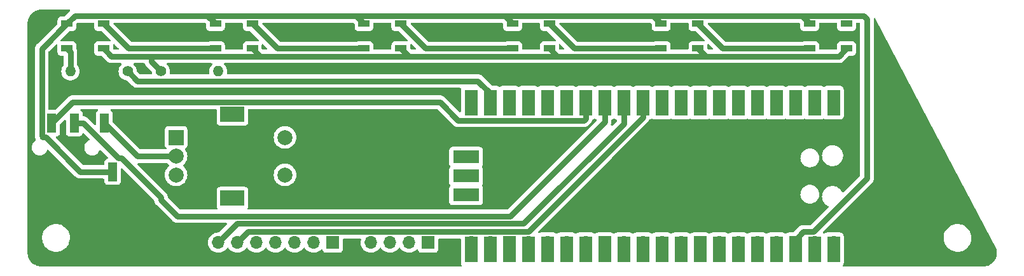
<source format=gbr>
%TF.GenerationSoftware,KiCad,Pcbnew,7.0.6*%
%TF.CreationDate,2023-08-31T13:47:40+02:00*%
%TF.ProjectId,clickyKeyboard,636c6963-6b79-44b6-9579-626f6172642e,rev?*%
%TF.SameCoordinates,Original*%
%TF.FileFunction,Copper,L1,Top*%
%TF.FilePolarity,Positive*%
%FSLAX46Y46*%
G04 Gerber Fmt 4.6, Leading zero omitted, Abs format (unit mm)*
G04 Created by KiCad (PCBNEW 7.0.6) date 2023-08-31 13:47:40*
%MOMM*%
%LPD*%
G01*
G04 APERTURE LIST*
%TA.AperFunction,ComponentPad*%
%ADD10R,1.700000X1.700000*%
%TD*%
%TA.AperFunction,ComponentPad*%
%ADD11O,1.700000X1.700000*%
%TD*%
%TA.AperFunction,SMDPad,CuDef*%
%ADD12R,1.700000X3.500000*%
%TD*%
%TA.AperFunction,SMDPad,CuDef*%
%ADD13R,3.500000X1.700000*%
%TD*%
%TA.AperFunction,SMDPad,CuDef*%
%ADD14R,1.200000X2.500000*%
%TD*%
%TA.AperFunction,SMDPad,CuDef*%
%ADD15R,1.500000X0.900000*%
%TD*%
%TA.AperFunction,ComponentPad*%
%ADD16C,1.400000*%
%TD*%
%TA.AperFunction,ComponentPad*%
%ADD17O,1.400000X1.400000*%
%TD*%
%TA.AperFunction,ComponentPad*%
%ADD18R,2.000000X2.000000*%
%TD*%
%TA.AperFunction,ComponentPad*%
%ADD19C,2.000000*%
%TD*%
%TA.AperFunction,ComponentPad*%
%ADD20R,3.200000X2.000000*%
%TD*%
%TA.AperFunction,Conductor*%
%ADD21C,0.800000*%
%TD*%
G04 APERTURE END LIST*
D10*
%TO.P,J1,1,Pin_1*%
%TO.N,Net-(J1-Pin_1)*%
X123190000Y-104140000D03*
D11*
%TO.P,J1,2,Pin_2*%
%TO.N,Net-(J1-Pin_2)*%
X120650000Y-104140000D03*
%TO.P,J1,3,Pin_3*%
%TO.N,Net-(J1-Pin_3)*%
X118110000Y-104140000D03*
%TO.P,J1,4,Pin_4*%
%TO.N,Net-(J1-Pin_4)*%
X115570000Y-104140000D03*
%TD*%
%TO.P,U1,1,GPIO0*%
%TO.N,Net-(J1-Pin_1)*%
X177165000Y-86360000D03*
D12*
X177165000Y-85460000D03*
D11*
%TO.P,U1,2,GPIO1*%
%TO.N,Net-(J1-Pin_2)*%
X174625000Y-86360000D03*
D12*
X174625000Y-85460000D03*
D10*
%TO.P,U1,3,GND*%
%TO.N,Net-(J1-Pin_3)*%
X172085000Y-86360000D03*
D12*
X172085000Y-85460000D03*
D11*
%TO.P,U1,4,GPIO2*%
%TO.N,Net-(J1-Pin_4)*%
X169545000Y-86360000D03*
D12*
X169545000Y-85460000D03*
D11*
%TO.P,U1,5,GPIO3*%
%TO.N,Net-(J2-Pin_1)*%
X167005000Y-86360000D03*
D12*
X167005000Y-85460000D03*
D11*
%TO.P,U1,6,GPIO4*%
%TO.N,unconnected-(U1-GPIO4-Pad6)*%
X164465000Y-86360000D03*
D12*
X164465000Y-85460000D03*
D11*
%TO.P,U1,7,GPIO5*%
%TO.N,Net-(J2-Pin_2)*%
X161925000Y-86360000D03*
D12*
X161925000Y-85460000D03*
D10*
%TO.P,U1,8,GND*%
%TO.N,Net-(J2-Pin_3)*%
X159385000Y-86360000D03*
D12*
X159385000Y-85460000D03*
D11*
%TO.P,U1,9,GPIO6*%
%TO.N,Net-(J2-Pin_4)*%
X156845000Y-86360000D03*
D12*
X156845000Y-85460000D03*
D11*
%TO.P,U1,10,GPIO7*%
%TO.N,Net-(J2-Pin_5)*%
X154305000Y-86360000D03*
D12*
X154305000Y-85460000D03*
D11*
%TO.P,U1,11,GPIO8*%
%TO.N,Net-(J2-Pin_6)*%
X151765000Y-86360000D03*
D12*
X151765000Y-85460000D03*
D11*
%TO.P,U1,12,GPIO9*%
%TO.N,Net-(J2-Pin_7)*%
X149225000Y-86360000D03*
D12*
X149225000Y-85460000D03*
D10*
%TO.P,U1,13,GND*%
%TO.N,Net-(J4-PadR1)*%
X146685000Y-86360000D03*
D12*
X146685000Y-85460000D03*
D11*
%TO.P,U1,14,GPIO10*%
%TO.N,Net-(U1-GPIO10)*%
X144145000Y-86360000D03*
D12*
X144145000Y-85460000D03*
D11*
%TO.P,U1,15,GPIO11*%
%TO.N,unconnected-(U1-GPIO11-Pad15)*%
X141605000Y-86360000D03*
D12*
X141605000Y-85460000D03*
D11*
%TO.P,U1,16,GPIO12*%
%TO.N,Net-(U1-GPIO12)*%
X139065000Y-86360000D03*
D12*
X139065000Y-85460000D03*
D11*
%TO.P,U1,17,GPIO13*%
%TO.N,Net-(U1-GPIO13)*%
X136525000Y-86360000D03*
D12*
X136525000Y-85460000D03*
D10*
%TO.P,U1,18,GND*%
%TO.N,Net-(SW1-PadB)*%
X133985000Y-86360000D03*
D12*
X133985000Y-85460000D03*
D11*
%TO.P,U1,19,GPIO14*%
%TO.N,Net-(U1-GPIO14)*%
X131445000Y-86360000D03*
D12*
X131445000Y-85460000D03*
D11*
%TO.P,U1,20,GPIO15*%
%TO.N,unconnected-(U1-GPIO15-Pad20)*%
X128905000Y-86360000D03*
D12*
X128905000Y-85460000D03*
D11*
%TO.P,U1,21,GPIO16*%
%TO.N,unconnected-(U1-GPIO16-Pad21)*%
X128905000Y-104140000D03*
D12*
X128905000Y-105040000D03*
D11*
%TO.P,U1,22,GPIO17*%
%TO.N,unconnected-(U1-GPIO17-Pad22)*%
X131445000Y-104140000D03*
D12*
X131445000Y-105040000D03*
D10*
%TO.P,U1,23,GND*%
%TO.N,unconnected-(U1-GND-Pad23)*%
X133985000Y-104140000D03*
D12*
X133985000Y-105040000D03*
D11*
%TO.P,U1,24,GPIO18*%
%TO.N,unconnected-(U1-GPIO18-Pad24)*%
X136525000Y-104140000D03*
D12*
X136525000Y-105040000D03*
D11*
%TO.P,U1,25,GPIO19*%
%TO.N,unconnected-(U1-GPIO19-Pad25)*%
X139065000Y-104140000D03*
D12*
X139065000Y-105040000D03*
D11*
%TO.P,U1,26,GPIO20*%
%TO.N,unconnected-(U1-GPIO20-Pad26)*%
X141605000Y-104140000D03*
D12*
X141605000Y-105040000D03*
D11*
%TO.P,U1,27,GPIO21*%
%TO.N,unconnected-(U1-GPIO21-Pad27)*%
X144145000Y-104140000D03*
D12*
X144145000Y-105040000D03*
D10*
%TO.P,U1,28,GND*%
%TO.N,unconnected-(U1-GND-Pad28)*%
X146685000Y-104140000D03*
D12*
X146685000Y-105040000D03*
D11*
%TO.P,U1,29,GPIO22*%
%TO.N,unconnected-(U1-GPIO22-Pad29)*%
X149225000Y-104140000D03*
D12*
X149225000Y-105040000D03*
D11*
%TO.P,U1,30,RUN*%
%TO.N,unconnected-(U1-RUN-Pad30)*%
X151765000Y-104140000D03*
D12*
X151765000Y-105040000D03*
D11*
%TO.P,U1,31,GPIO26_ADC0*%
%TO.N,unconnected-(U1-GPIO26_ADC0-Pad31)*%
X154305000Y-104140000D03*
D12*
X154305000Y-105040000D03*
D11*
%TO.P,U1,32,GPIO27_ADC1*%
%TO.N,unconnected-(U1-GPIO27_ADC1-Pad32)*%
X156845000Y-104140000D03*
D12*
X156845000Y-105040000D03*
D10*
%TO.P,U1,33,AGND*%
%TO.N,unconnected-(U1-AGND-Pad33)*%
X159385000Y-104140000D03*
D12*
X159385000Y-105040000D03*
D11*
%TO.P,U1,34,GPIO28_ADC2*%
%TO.N,unconnected-(U1-GPIO28_ADC2-Pad34)*%
X161925000Y-104140000D03*
D12*
X161925000Y-105040000D03*
D11*
%TO.P,U1,35,ADC_VREF*%
%TO.N,unconnected-(U1-ADC_VREF-Pad35)*%
X164465000Y-104140000D03*
D12*
X164465000Y-105040000D03*
D11*
%TO.P,U1,36,3V3*%
%TO.N,Net-(U1-3V3)*%
X167005000Y-104140000D03*
D12*
X167005000Y-105040000D03*
D11*
%TO.P,U1,37,3V3_EN*%
%TO.N,unconnected-(U1-3V3_EN-Pad37)*%
X169545000Y-104140000D03*
D12*
X169545000Y-105040000D03*
D10*
%TO.P,U1,38,GND*%
%TO.N,Net-(D1-VSS)*%
X172085000Y-104140000D03*
D12*
X172085000Y-105040000D03*
D11*
%TO.P,U1,39,VSYS*%
%TO.N,unconnected-(U1-VSYS-Pad39)*%
X174625000Y-104140000D03*
D12*
X174625000Y-105040000D03*
D11*
%TO.P,U1,40,VBUS*%
%TO.N,unconnected-(U1-VBUS-Pad40)*%
X177165000Y-104140000D03*
D12*
X177165000Y-105040000D03*
D11*
%TO.P,U1,41,SWCLK*%
%TO.N,unconnected-(U1-SWCLK-Pad41)*%
X129135000Y-92710000D03*
D13*
X128235000Y-92710000D03*
D10*
%TO.P,U1,42,GND*%
%TO.N,unconnected-(U1-GND-Pad42)*%
X129135000Y-95250000D03*
D13*
X128235000Y-95250000D03*
D11*
%TO.P,U1,43,SWDIO*%
%TO.N,unconnected-(U1-SWDIO-Pad43)*%
X129135000Y-97790000D03*
D13*
X128235000Y-97790000D03*
%TD*%
D14*
%TO.P,J4,R1*%
%TO.N,Net-(J4-PadR1)*%
X76080000Y-88190000D03*
%TO.P,J4,R2*%
%TO.N,Net-(U1-GPIO10)*%
X73080000Y-88190000D03*
%TO.P,J4,S*%
%TO.N,Net-(D1-VSS)*%
X81180000Y-94690000D03*
%TO.P,J4,T*%
%TO.N,Net-(U1-3V3)*%
X80080000Y-88190000D03*
%TD*%
D15*
%TO.P,D5,1,VDD*%
%TO.N,Net-(D1-VDD)*%
X159114000Y-78230000D03*
%TO.P,D5,2,DOUT*%
%TO.N,Net-(D5-DOUT)*%
X159114000Y-74930000D03*
%TO.P,D5,3,VSS*%
%TO.N,Net-(D1-VSS)*%
X154214000Y-74930000D03*
%TO.P,D5,4,DIN*%
%TO.N,Net-(D4-DOUT)*%
X154214000Y-78230000D03*
%TD*%
%TO.P,D1,1,VDD*%
%TO.N,Net-(D1-VDD)*%
X80010000Y-78230000D03*
%TO.P,D1,2,DOUT*%
%TO.N,Net-(D1-DOUT)*%
X80010000Y-74930000D03*
%TO.P,D1,3,VSS*%
%TO.N,Net-(D1-VSS)*%
X75110000Y-74930000D03*
%TO.P,D1,4,DIN*%
%TO.N,Net-(D1-DIN)*%
X75110000Y-78230000D03*
%TD*%
%TO.P,D3,1,VDD*%
%TO.N,Net-(D1-VDD)*%
X119562000Y-78230000D03*
%TO.P,D3,2,DOUT*%
%TO.N,Net-(D3-DOUT)*%
X119562000Y-74930000D03*
%TO.P,D3,3,VSS*%
%TO.N,Net-(D1-VSS)*%
X114662000Y-74930000D03*
%TO.P,D3,4,DIN*%
%TO.N,Net-(D2-DOUT)*%
X114662000Y-78230000D03*
%TD*%
D16*
%TO.P,R2,1*%
%TO.N,Net-(D1-VDD)*%
X87630000Y-81280000D03*
D17*
%TO.P,R2,2*%
%TO.N,Net-(U1-3V3)*%
X95250000Y-81280000D03*
%TD*%
D16*
%TO.P,R1,1*%
%TO.N,Net-(U1-GPIO14)*%
X83185000Y-81280000D03*
D17*
%TO.P,R1,2*%
%TO.N,Net-(D1-DIN)*%
X75565000Y-81280000D03*
%TD*%
D10*
%TO.P,J2,1,Pin_1*%
%TO.N,Net-(J2-Pin_1)*%
X110490000Y-104140000D03*
D11*
%TO.P,J2,2,Pin_2*%
%TO.N,Net-(J2-Pin_2)*%
X107950000Y-104140000D03*
%TO.P,J2,3,Pin_3*%
%TO.N,Net-(J2-Pin_3)*%
X105410000Y-104140000D03*
%TO.P,J2,4,Pin_4*%
%TO.N,Net-(J2-Pin_4)*%
X102870000Y-104140000D03*
%TO.P,J2,5,Pin_5*%
%TO.N,Net-(J2-Pin_5)*%
X100330000Y-104140000D03*
%TO.P,J2,6,Pin_6*%
%TO.N,Net-(J2-Pin_6)*%
X97790000Y-104140000D03*
%TO.P,J2,7,Pin_7*%
%TO.N,Net-(J2-Pin_7)*%
X95250000Y-104140000D03*
%TD*%
D15*
%TO.P,D6,1,VDD*%
%TO.N,Net-(D1-VDD)*%
X178890000Y-78230000D03*
%TO.P,D6,2,DOUT*%
%TO.N,unconnected-(D6-DOUT-Pad2)*%
X178890000Y-74930000D03*
%TO.P,D6,3,VSS*%
%TO.N,Net-(D1-VSS)*%
X173990000Y-74930000D03*
%TO.P,D6,4,DIN*%
%TO.N,Net-(D5-DOUT)*%
X173990000Y-78230000D03*
%TD*%
D18*
%TO.P,SW1,A,A*%
%TO.N,Net-(U1-GPIO13)*%
X89640000Y-90095000D03*
D19*
%TO.P,SW1,B,B*%
%TO.N,Net-(SW1-PadB)*%
X89640000Y-95095000D03*
%TO.P,SW1,C,C*%
%TO.N,Net-(U1-3V3)*%
X89640000Y-92595000D03*
D20*
%TO.P,SW1,MP*%
%TO.N,N/C*%
X97140000Y-86995000D03*
X97140000Y-98195000D03*
D19*
%TO.P,SW1,S1,S1*%
%TO.N,Net-(U1-3V3)*%
X104140000Y-95095000D03*
%TO.P,SW1,S2,S2*%
%TO.N,Net-(U1-GPIO12)*%
X104140000Y-90095000D03*
%TD*%
D15*
%TO.P,D4,1,VDD*%
%TO.N,Net-(D1-VDD)*%
X139338000Y-78230000D03*
%TO.P,D4,2,DOUT*%
%TO.N,Net-(D4-DOUT)*%
X139338000Y-74930000D03*
%TO.P,D4,3,VSS*%
%TO.N,Net-(D1-VSS)*%
X134438000Y-74930000D03*
%TO.P,D4,4,DIN*%
%TO.N,Net-(D3-DOUT)*%
X134438000Y-78230000D03*
%TD*%
%TO.P,D2,1,VDD*%
%TO.N,Net-(D1-VDD)*%
X99786000Y-78230000D03*
%TO.P,D2,2,DOUT*%
%TO.N,Net-(D2-DOUT)*%
X99786000Y-74930000D03*
%TO.P,D2,3,VSS*%
%TO.N,Net-(D1-VSS)*%
X94886000Y-74930000D03*
%TO.P,D2,4,DIN*%
%TO.N,Net-(D1-DOUT)*%
X94886000Y-78230000D03*
%TD*%
D21*
%TO.N,Net-(D1-VDD)*%
X120612000Y-79280000D02*
X119562000Y-78230000D01*
X86360000Y-80010000D02*
X86360000Y-79280000D01*
X81060000Y-79280000D02*
X80010000Y-78230000D01*
X102235000Y-79280000D02*
X100836000Y-79280000D01*
X161290000Y-79280000D02*
X160164000Y-79280000D01*
X100836000Y-79280000D02*
X99786000Y-78230000D01*
X82550000Y-79280000D02*
X81060000Y-79280000D01*
X140970000Y-79280000D02*
X121920000Y-79280000D01*
X102235000Y-79280000D02*
X86360000Y-79280000D01*
X87630000Y-81280000D02*
X86360000Y-80010000D01*
X177840000Y-79280000D02*
X161290000Y-79280000D01*
X86360000Y-79280000D02*
X82550000Y-79280000D01*
X160164000Y-79280000D02*
X159114000Y-78230000D01*
X121920000Y-79280000D02*
X102235000Y-79280000D01*
X121920000Y-79280000D02*
X120612000Y-79280000D01*
X140970000Y-79280000D02*
X140388000Y-79280000D01*
X140388000Y-79280000D02*
X139338000Y-78230000D01*
X178890000Y-78230000D02*
X177840000Y-79280000D01*
X161290000Y-79280000D02*
X140970000Y-79280000D01*
%TO.N,Net-(D1-DOUT)*%
X83310000Y-78230000D02*
X80010000Y-74930000D01*
X94886000Y-78230000D02*
X83310000Y-78230000D01*
%TO.N,Net-(D1-VSS)*%
X153164000Y-73880000D02*
X154214000Y-74930000D01*
X151765000Y-73880000D02*
X153164000Y-73880000D01*
X181610000Y-74295000D02*
X181610000Y-95592031D01*
X174512031Y-102690000D02*
X173175000Y-102690000D01*
X132080000Y-73880000D02*
X133388000Y-73880000D01*
X81180000Y-94690000D02*
X76910000Y-94690000D01*
X72260000Y-90040000D02*
X71880000Y-90040000D01*
X112395000Y-73880000D02*
X132080000Y-73880000D01*
X93836000Y-73880000D02*
X94886000Y-74930000D01*
X113612000Y-73880000D02*
X114662000Y-74930000D01*
X92710000Y-73880000D02*
X93836000Y-73880000D01*
X132080000Y-73880000D02*
X151765000Y-73880000D01*
X151765000Y-73880000D02*
X172940000Y-73880000D01*
X133388000Y-73880000D02*
X134438000Y-74930000D01*
X71755000Y-78285000D02*
X75110000Y-74930000D01*
X172940000Y-73880000D02*
X173990000Y-74930000D01*
X172940000Y-73880000D02*
X181195000Y-73880000D01*
X92710000Y-73880000D02*
X112395000Y-73880000D01*
X181610000Y-95592031D02*
X174512031Y-102690000D01*
X173175000Y-102690000D02*
X172085000Y-103780000D01*
X76910000Y-94690000D02*
X72260000Y-90040000D01*
X75110000Y-74930000D02*
X76160000Y-73880000D01*
X71880000Y-90040000D02*
X71755000Y-89915000D01*
X71755000Y-89915000D02*
X71755000Y-78285000D01*
X172085000Y-103780000D02*
X172085000Y-104140000D01*
X112395000Y-73880000D02*
X113612000Y-73880000D01*
X181195000Y-73880000D02*
X181610000Y-74295000D01*
X76160000Y-73880000D02*
X92710000Y-73880000D01*
%TO.N,Net-(D1-DIN)*%
X75565000Y-78685000D02*
X75110000Y-78230000D01*
X75565000Y-81280000D02*
X75565000Y-78685000D01*
%TO.N,Net-(D2-DOUT)*%
X103086000Y-78230000D02*
X99786000Y-74930000D01*
X114662000Y-78230000D02*
X103086000Y-78230000D01*
%TO.N,Net-(D3-DOUT)*%
X122862000Y-78230000D02*
X119562000Y-74930000D01*
X134438000Y-78230000D02*
X122862000Y-78230000D01*
%TO.N,Net-(D4-DOUT)*%
X142638000Y-78230000D02*
X139338000Y-74930000D01*
X154214000Y-78230000D02*
X142638000Y-78230000D01*
%TO.N,Net-(D5-DOUT)*%
X173990000Y-78230000D02*
X162414000Y-78230000D01*
X162414000Y-78230000D02*
X159114000Y-74930000D01*
%TO.N,Net-(J2-Pin_6)*%
X97790000Y-104140000D02*
X99240000Y-102690000D01*
X99240000Y-102690000D02*
X136525000Y-102690000D01*
X151765000Y-87450000D02*
X151765000Y-86360000D01*
X136525000Y-102690000D02*
X151765000Y-87450000D01*
%TO.N,Net-(J2-Pin_7)*%
X149225000Y-88265000D02*
X149225000Y-86360000D01*
X97790000Y-101600000D02*
X135890000Y-101600000D01*
X95250000Y-104140000D02*
X97790000Y-101600000D01*
X135890000Y-101600000D02*
X149225000Y-88265000D01*
%TO.N,Net-(J4-PadR1)*%
X77280610Y-88190000D02*
X81930610Y-92840000D01*
X81930610Y-92840000D02*
X82380000Y-92840000D01*
X146685000Y-88010000D02*
X146685000Y-86360000D01*
X89805000Y-100600000D02*
X134095000Y-100600000D01*
X87630000Y-98090000D02*
X87630000Y-98425000D01*
X76080000Y-88190000D02*
X77280610Y-88190000D01*
X87630000Y-98425000D02*
X89805000Y-100600000D01*
X82380000Y-92840000D02*
X87630000Y-98090000D01*
X134095000Y-100600000D02*
X146685000Y-88010000D01*
%TO.N,Net-(U1-GPIO10)*%
X75875000Y-85395000D02*
X124765000Y-85395000D01*
X124765000Y-85395000D02*
X127180000Y-87810000D01*
X143897081Y-87810000D02*
X144145000Y-87562081D01*
X127180000Y-87810000D02*
X143897081Y-87810000D01*
X73080000Y-88190000D02*
X75875000Y-85395000D01*
X144145000Y-87562081D02*
X144145000Y-86360000D01*
%TO.N,Net-(U1-GPIO14)*%
X129825000Y-82580000D02*
X131445000Y-84200000D01*
X83185000Y-81280000D02*
X84485000Y-82580000D01*
X131445000Y-84200000D02*
X131445000Y-86360000D01*
X84485000Y-82580000D02*
X129825000Y-82580000D01*
%TO.N,Net-(U1-3V3)*%
X80080000Y-88190000D02*
X84485000Y-92595000D01*
X84485000Y-92595000D02*
X89640000Y-92595000D01*
%TD*%
%TA.AperFunction,NonConductor*%
G36*
X160569702Y-77659647D02*
G01*
X160576169Y-77665669D01*
X160840553Y-77930053D01*
X161078319Y-78167819D01*
X161111804Y-78229142D01*
X161106820Y-78298834D01*
X161064948Y-78354767D01*
X160999484Y-78379184D01*
X160990638Y-78379500D01*
X160588361Y-78379500D01*
X160521322Y-78359815D01*
X160500680Y-78343181D01*
X160400818Y-78243319D01*
X160367333Y-78181996D01*
X160364499Y-78155638D01*
X160364499Y-77753360D01*
X160384184Y-77686321D01*
X160436988Y-77640566D01*
X160506146Y-77630622D01*
X160569702Y-77659647D01*
G37*
%TD.AperFunction*%
%TA.AperFunction,NonConductor*%
G36*
X152806678Y-74800185D02*
G01*
X152827320Y-74816819D01*
X152927181Y-74916680D01*
X152960666Y-74978003D01*
X152963500Y-75004361D01*
X152963500Y-75427870D01*
X152963501Y-75427876D01*
X152969908Y-75487483D01*
X153020202Y-75622328D01*
X153020206Y-75622335D01*
X153106452Y-75737544D01*
X153106455Y-75737547D01*
X153221664Y-75823793D01*
X153221671Y-75823797D01*
X153356517Y-75874091D01*
X153356516Y-75874091D01*
X153363444Y-75874835D01*
X153416127Y-75880500D01*
X155011872Y-75880499D01*
X155071483Y-75874091D01*
X155206331Y-75823796D01*
X155321546Y-75737546D01*
X155407796Y-75622331D01*
X155458091Y-75487483D01*
X155464500Y-75427873D01*
X155464499Y-74904499D01*
X155484183Y-74837461D01*
X155536987Y-74791706D01*
X155588499Y-74780500D01*
X157739500Y-74780500D01*
X157806539Y-74800185D01*
X157852294Y-74852989D01*
X157863500Y-74904500D01*
X157863500Y-75427870D01*
X157863501Y-75427876D01*
X157869908Y-75487483D01*
X157920202Y-75622328D01*
X157920206Y-75622335D01*
X158006452Y-75737544D01*
X158006455Y-75737547D01*
X158121664Y-75823793D01*
X158121671Y-75823797D01*
X158166618Y-75840561D01*
X158256517Y-75874091D01*
X158316127Y-75880500D01*
X158739638Y-75880499D01*
X158806677Y-75900183D01*
X158827319Y-75916818D01*
X159978319Y-77067819D01*
X160011804Y-77129142D01*
X160006820Y-77198834D01*
X159964948Y-77254767D01*
X159899484Y-77279184D01*
X159890638Y-77279500D01*
X158316129Y-77279500D01*
X158316123Y-77279501D01*
X158256516Y-77285908D01*
X158121671Y-77336202D01*
X158121664Y-77336206D01*
X158006455Y-77422452D01*
X158006452Y-77422455D01*
X157920206Y-77537664D01*
X157920202Y-77537671D01*
X157872740Y-77664926D01*
X157869909Y-77672517D01*
X157863500Y-77732127D01*
X157863500Y-78030692D01*
X157863501Y-78255500D01*
X157843817Y-78322539D01*
X157791013Y-78368294D01*
X157739501Y-78379500D01*
X155588500Y-78379500D01*
X155521461Y-78359815D01*
X155475706Y-78307011D01*
X155464500Y-78255500D01*
X155464499Y-77732129D01*
X155464498Y-77732123D01*
X155464497Y-77732116D01*
X155458091Y-77672517D01*
X155454807Y-77663713D01*
X155407797Y-77537671D01*
X155407793Y-77537664D01*
X155321547Y-77422455D01*
X155321544Y-77422452D01*
X155206335Y-77336206D01*
X155206328Y-77336202D01*
X155071482Y-77285908D01*
X155071483Y-77285908D01*
X155011883Y-77279501D01*
X155011881Y-77279500D01*
X155011873Y-77279500D01*
X155011864Y-77279500D01*
X153416129Y-77279500D01*
X153416123Y-77279501D01*
X153356516Y-77285908D01*
X153260604Y-77321682D01*
X153217271Y-77329500D01*
X143062362Y-77329500D01*
X142995323Y-77309815D01*
X142974681Y-77293181D01*
X140673680Y-74992181D01*
X140640195Y-74930858D01*
X140645179Y-74861166D01*
X140687051Y-74805233D01*
X140752515Y-74780816D01*
X140761361Y-74780500D01*
X151717808Y-74780500D01*
X152739639Y-74780500D01*
X152806678Y-74800185D01*
G37*
%TD.AperFunction*%
%TA.AperFunction,NonConductor*%
G36*
X140793702Y-77659647D02*
G01*
X140800169Y-77665669D01*
X141064553Y-77930053D01*
X141302319Y-78167819D01*
X141335804Y-78229142D01*
X141330820Y-78298834D01*
X141288948Y-78354767D01*
X141223484Y-78379184D01*
X141214638Y-78379500D01*
X140812361Y-78379500D01*
X140745322Y-78359815D01*
X140724680Y-78343181D01*
X140624818Y-78243319D01*
X140591333Y-78181996D01*
X140588499Y-78155638D01*
X140588499Y-77753360D01*
X140608184Y-77686321D01*
X140660988Y-77640566D01*
X140730146Y-77630622D01*
X140793702Y-77659647D01*
G37*
%TD.AperFunction*%
%TA.AperFunction,NonConductor*%
G36*
X133030678Y-74800185D02*
G01*
X133051320Y-74816819D01*
X133151181Y-74916680D01*
X133184666Y-74978003D01*
X133187500Y-75004361D01*
X133187500Y-75427870D01*
X133187501Y-75427876D01*
X133193908Y-75487483D01*
X133244202Y-75622328D01*
X133244206Y-75622335D01*
X133330452Y-75737544D01*
X133330455Y-75737547D01*
X133445664Y-75823793D01*
X133445671Y-75823797D01*
X133580517Y-75874091D01*
X133580516Y-75874091D01*
X133587444Y-75874835D01*
X133640127Y-75880500D01*
X135235872Y-75880499D01*
X135295483Y-75874091D01*
X135430331Y-75823796D01*
X135545546Y-75737546D01*
X135631796Y-75622331D01*
X135682091Y-75487483D01*
X135688500Y-75427873D01*
X135688499Y-74904499D01*
X135708183Y-74837461D01*
X135760987Y-74791706D01*
X135812499Y-74780500D01*
X137963500Y-74780500D01*
X138030539Y-74800185D01*
X138076294Y-74852989D01*
X138087500Y-74904500D01*
X138087500Y-75427870D01*
X138087501Y-75427876D01*
X138093908Y-75487483D01*
X138144202Y-75622328D01*
X138144206Y-75622335D01*
X138230452Y-75737544D01*
X138230455Y-75737547D01*
X138345664Y-75823793D01*
X138345671Y-75823797D01*
X138390618Y-75840561D01*
X138480517Y-75874091D01*
X138540127Y-75880500D01*
X138963638Y-75880499D01*
X139030677Y-75900183D01*
X139051319Y-75916818D01*
X140202319Y-77067819D01*
X140235804Y-77129142D01*
X140230820Y-77198834D01*
X140188948Y-77254767D01*
X140123484Y-77279184D01*
X140114638Y-77279500D01*
X138540129Y-77279500D01*
X138540123Y-77279501D01*
X138480516Y-77285908D01*
X138345671Y-77336202D01*
X138345664Y-77336206D01*
X138230455Y-77422452D01*
X138230452Y-77422455D01*
X138144206Y-77537664D01*
X138144202Y-77537671D01*
X138096740Y-77664926D01*
X138093909Y-77672517D01*
X138087500Y-77732127D01*
X138087500Y-78030692D01*
X138087501Y-78255500D01*
X138067817Y-78322539D01*
X138015013Y-78368294D01*
X137963501Y-78379500D01*
X135812500Y-78379500D01*
X135745461Y-78359815D01*
X135699706Y-78307011D01*
X135688500Y-78255500D01*
X135688499Y-77732129D01*
X135688498Y-77732123D01*
X135688497Y-77732116D01*
X135682091Y-77672517D01*
X135678807Y-77663713D01*
X135631797Y-77537671D01*
X135631793Y-77537664D01*
X135545547Y-77422455D01*
X135545544Y-77422452D01*
X135430335Y-77336206D01*
X135430328Y-77336202D01*
X135295482Y-77285908D01*
X135295483Y-77285908D01*
X135235883Y-77279501D01*
X135235881Y-77279500D01*
X135235873Y-77279500D01*
X135235864Y-77279500D01*
X133640129Y-77279500D01*
X133640123Y-77279501D01*
X133580516Y-77285908D01*
X133484604Y-77321682D01*
X133441271Y-77329500D01*
X123286362Y-77329500D01*
X123219323Y-77309815D01*
X123198681Y-77293181D01*
X120897680Y-74992181D01*
X120864195Y-74930858D01*
X120869179Y-74861166D01*
X120911051Y-74805233D01*
X120976515Y-74780816D01*
X120985361Y-74780500D01*
X132032808Y-74780500D01*
X132963639Y-74780500D01*
X133030678Y-74800185D01*
G37*
%TD.AperFunction*%
%TA.AperFunction,NonConductor*%
G36*
X121017702Y-77659647D02*
G01*
X121024169Y-77665669D01*
X121288553Y-77930053D01*
X121526319Y-78167819D01*
X121559804Y-78229142D01*
X121554820Y-78298834D01*
X121512948Y-78354767D01*
X121447484Y-78379184D01*
X121438638Y-78379500D01*
X121036361Y-78379500D01*
X120969322Y-78359815D01*
X120948680Y-78343181D01*
X120848818Y-78243319D01*
X120815333Y-78181996D01*
X120812499Y-78155638D01*
X120812499Y-77753360D01*
X120832184Y-77686321D01*
X120884988Y-77640566D01*
X120954146Y-77630622D01*
X121017702Y-77659647D01*
G37*
%TD.AperFunction*%
%TA.AperFunction,NonConductor*%
G36*
X113254678Y-74800185D02*
G01*
X113275320Y-74816819D01*
X113375181Y-74916680D01*
X113408666Y-74978003D01*
X113411500Y-75004361D01*
X113411500Y-75427870D01*
X113411501Y-75427876D01*
X113417908Y-75487483D01*
X113468202Y-75622328D01*
X113468206Y-75622335D01*
X113554452Y-75737544D01*
X113554455Y-75737547D01*
X113669664Y-75823793D01*
X113669671Y-75823797D01*
X113804517Y-75874091D01*
X113804516Y-75874091D01*
X113811444Y-75874835D01*
X113864127Y-75880500D01*
X115459872Y-75880499D01*
X115519483Y-75874091D01*
X115654331Y-75823796D01*
X115769546Y-75737546D01*
X115855796Y-75622331D01*
X115906091Y-75487483D01*
X115912500Y-75427873D01*
X115912499Y-74904499D01*
X115932183Y-74837461D01*
X115984987Y-74791706D01*
X116036499Y-74780500D01*
X118187500Y-74780500D01*
X118254539Y-74800185D01*
X118300294Y-74852989D01*
X118311500Y-74904500D01*
X118311500Y-75427870D01*
X118311501Y-75427876D01*
X118317908Y-75487483D01*
X118368202Y-75622328D01*
X118368206Y-75622335D01*
X118454452Y-75737544D01*
X118454455Y-75737547D01*
X118569664Y-75823793D01*
X118569671Y-75823797D01*
X118614618Y-75840561D01*
X118704517Y-75874091D01*
X118764127Y-75880500D01*
X119187638Y-75880499D01*
X119254677Y-75900183D01*
X119275319Y-75916818D01*
X120426319Y-77067819D01*
X120459804Y-77129142D01*
X120454820Y-77198834D01*
X120412948Y-77254767D01*
X120347484Y-77279184D01*
X120338638Y-77279500D01*
X118764129Y-77279500D01*
X118764123Y-77279501D01*
X118704516Y-77285908D01*
X118569671Y-77336202D01*
X118569664Y-77336206D01*
X118454455Y-77422452D01*
X118454452Y-77422455D01*
X118368206Y-77537664D01*
X118368202Y-77537671D01*
X118320740Y-77664926D01*
X118317909Y-77672517D01*
X118311500Y-77732127D01*
X118311500Y-78030692D01*
X118311501Y-78255500D01*
X118291817Y-78322539D01*
X118239013Y-78368294D01*
X118187501Y-78379500D01*
X116036500Y-78379500D01*
X115969461Y-78359815D01*
X115923706Y-78307011D01*
X115912500Y-78255500D01*
X115912499Y-77732129D01*
X115912498Y-77732123D01*
X115912497Y-77732116D01*
X115906091Y-77672517D01*
X115902807Y-77663713D01*
X115855797Y-77537671D01*
X115855793Y-77537664D01*
X115769547Y-77422455D01*
X115769544Y-77422452D01*
X115654335Y-77336206D01*
X115654328Y-77336202D01*
X115519482Y-77285908D01*
X115519483Y-77285908D01*
X115459883Y-77279501D01*
X115459881Y-77279500D01*
X115459873Y-77279500D01*
X115459864Y-77279500D01*
X113864129Y-77279500D01*
X113864123Y-77279501D01*
X113804516Y-77285908D01*
X113708604Y-77321682D01*
X113665271Y-77329500D01*
X103510362Y-77329500D01*
X103443323Y-77309815D01*
X103422681Y-77293181D01*
X101121680Y-74992181D01*
X101088195Y-74930858D01*
X101093179Y-74861166D01*
X101135051Y-74805233D01*
X101200515Y-74780816D01*
X101209361Y-74780500D01*
X112347808Y-74780500D01*
X113187639Y-74780500D01*
X113254678Y-74800185D01*
G37*
%TD.AperFunction*%
%TA.AperFunction,NonConductor*%
G36*
X101241702Y-77659647D02*
G01*
X101248169Y-77665669D01*
X101512553Y-77930053D01*
X101750319Y-78167819D01*
X101783804Y-78229142D01*
X101778820Y-78298834D01*
X101736948Y-78354767D01*
X101671484Y-78379184D01*
X101662638Y-78379500D01*
X101260361Y-78379500D01*
X101193322Y-78359815D01*
X101172680Y-78343181D01*
X101072818Y-78243319D01*
X101039333Y-78181996D01*
X101036499Y-78155638D01*
X101036499Y-77753360D01*
X101056184Y-77686321D01*
X101108988Y-77640566D01*
X101178146Y-77630622D01*
X101241702Y-77659647D01*
G37*
%TD.AperFunction*%
%TA.AperFunction,NonConductor*%
G36*
X93478678Y-74800185D02*
G01*
X93499320Y-74816819D01*
X93599181Y-74916680D01*
X93632666Y-74978003D01*
X93635500Y-75004361D01*
X93635500Y-75427870D01*
X93635501Y-75427876D01*
X93641908Y-75487483D01*
X93692202Y-75622328D01*
X93692206Y-75622335D01*
X93778452Y-75737544D01*
X93778455Y-75737547D01*
X93893664Y-75823793D01*
X93893671Y-75823797D01*
X94028517Y-75874091D01*
X94028516Y-75874091D01*
X94035444Y-75874835D01*
X94088127Y-75880500D01*
X95683872Y-75880499D01*
X95743483Y-75874091D01*
X95878331Y-75823796D01*
X95993546Y-75737546D01*
X96079796Y-75622331D01*
X96130091Y-75487483D01*
X96136500Y-75427873D01*
X96136499Y-74904499D01*
X96156183Y-74837461D01*
X96208987Y-74791706D01*
X96260499Y-74780500D01*
X98411500Y-74780500D01*
X98478539Y-74800185D01*
X98524294Y-74852989D01*
X98535500Y-74904500D01*
X98535500Y-75427870D01*
X98535501Y-75427876D01*
X98541908Y-75487483D01*
X98592202Y-75622328D01*
X98592206Y-75622335D01*
X98678452Y-75737544D01*
X98678455Y-75737547D01*
X98793664Y-75823793D01*
X98793671Y-75823797D01*
X98838618Y-75840561D01*
X98928517Y-75874091D01*
X98988127Y-75880500D01*
X99411638Y-75880499D01*
X99478677Y-75900183D01*
X99499319Y-75916818D01*
X100650319Y-77067819D01*
X100683804Y-77129142D01*
X100678820Y-77198834D01*
X100636948Y-77254767D01*
X100571484Y-77279184D01*
X100562638Y-77279500D01*
X98988129Y-77279500D01*
X98988123Y-77279501D01*
X98928516Y-77285908D01*
X98793671Y-77336202D01*
X98793664Y-77336206D01*
X98678455Y-77422452D01*
X98678452Y-77422455D01*
X98592206Y-77537664D01*
X98592202Y-77537671D01*
X98544740Y-77664926D01*
X98541909Y-77672517D01*
X98535500Y-77732127D01*
X98535500Y-78030692D01*
X98535501Y-78255500D01*
X98515817Y-78322539D01*
X98463013Y-78368294D01*
X98411501Y-78379500D01*
X96260500Y-78379500D01*
X96193461Y-78359815D01*
X96147706Y-78307011D01*
X96136500Y-78255500D01*
X96136499Y-77732129D01*
X96136498Y-77732123D01*
X96136497Y-77732116D01*
X96130091Y-77672517D01*
X96126807Y-77663713D01*
X96079797Y-77537671D01*
X96079793Y-77537664D01*
X95993547Y-77422455D01*
X95993544Y-77422452D01*
X95878335Y-77336206D01*
X95878328Y-77336202D01*
X95743482Y-77285908D01*
X95743483Y-77285908D01*
X95683883Y-77279501D01*
X95683881Y-77279500D01*
X95683873Y-77279500D01*
X95683864Y-77279500D01*
X94088129Y-77279500D01*
X94088123Y-77279501D01*
X94028516Y-77285908D01*
X93932604Y-77321682D01*
X93889271Y-77329500D01*
X83734362Y-77329500D01*
X83667323Y-77309815D01*
X83646681Y-77293181D01*
X81345680Y-74992181D01*
X81312195Y-74930858D01*
X81317179Y-74861166D01*
X81359051Y-74805233D01*
X81424515Y-74780816D01*
X81433361Y-74780500D01*
X92662808Y-74780500D01*
X93411639Y-74780500D01*
X93478678Y-74800185D01*
G37*
%TD.AperFunction*%
%TA.AperFunction,NonConductor*%
G36*
X81465702Y-77659647D02*
G01*
X81472169Y-77665669D01*
X81736553Y-77930053D01*
X81974319Y-78167819D01*
X82007804Y-78229142D01*
X82002820Y-78298834D01*
X81960948Y-78354767D01*
X81895484Y-78379184D01*
X81886638Y-78379500D01*
X81484361Y-78379500D01*
X81417322Y-78359815D01*
X81396680Y-78343181D01*
X81296818Y-78243319D01*
X81263333Y-78181996D01*
X81260499Y-78155638D01*
X81260499Y-77753360D01*
X81280184Y-77686321D01*
X81332988Y-77640566D01*
X81402146Y-77630622D01*
X81465702Y-77659647D01*
G37*
%TD.AperFunction*%
%TA.AperFunction,NonConductor*%
G36*
X94421090Y-80200185D02*
G01*
X94466845Y-80252989D01*
X94476789Y-80322147D01*
X94447764Y-80385703D01*
X94437590Y-80396137D01*
X94359018Y-80467764D01*
X94224943Y-80645308D01*
X94224938Y-80645316D01*
X94125775Y-80844461D01*
X94125769Y-80844476D01*
X94064885Y-81058462D01*
X94064884Y-81058464D01*
X94044357Y-81279999D01*
X94044357Y-81280000D01*
X94064884Y-81501535D01*
X94070584Y-81521565D01*
X94069998Y-81591433D01*
X94031731Y-81649891D01*
X93967934Y-81678382D01*
X93951318Y-81679500D01*
X88928682Y-81679500D01*
X88861643Y-81659815D01*
X88815888Y-81607011D01*
X88805944Y-81537853D01*
X88809416Y-81521565D01*
X88815115Y-81501536D01*
X88835643Y-81280000D01*
X88815115Y-81058464D01*
X88754229Y-80844472D01*
X88754224Y-80844461D01*
X88655061Y-80645316D01*
X88655056Y-80645308D01*
X88520981Y-80467764D01*
X88442410Y-80396137D01*
X88406129Y-80336425D01*
X88407890Y-80266578D01*
X88447134Y-80208770D01*
X88511401Y-80181356D01*
X88525949Y-80180500D01*
X94354051Y-80180500D01*
X94421090Y-80200185D01*
G37*
%TD.AperFunction*%
%TA.AperFunction,NonConductor*%
G36*
X85445309Y-80200185D02*
G01*
X85491064Y-80252989D01*
X85498044Y-80272405D01*
X85514678Y-80334484D01*
X85514684Y-80334498D01*
X85521043Y-80346978D01*
X85528488Y-80364949D01*
X85532821Y-80378284D01*
X85547918Y-80404432D01*
X85567537Y-80438414D01*
X85569085Y-80441266D01*
X85589010Y-80480369D01*
X85600617Y-80503149D01*
X85600619Y-80503151D01*
X85600620Y-80503153D01*
X85609438Y-80514043D01*
X85620454Y-80530070D01*
X85627465Y-80542213D01*
X85627470Y-80542220D01*
X85673939Y-80593831D01*
X85676043Y-80596295D01*
X85689882Y-80613382D01*
X85705423Y-80628922D01*
X85707657Y-80631277D01*
X85754128Y-80682887D01*
X85765468Y-80691126D01*
X85780265Y-80703764D01*
X86399627Y-81323126D01*
X86433112Y-81384449D01*
X86435417Y-81399365D01*
X86444884Y-81501535D01*
X86450584Y-81521565D01*
X86449998Y-81591433D01*
X86411731Y-81649891D01*
X86347934Y-81678382D01*
X86331318Y-81679500D01*
X84909362Y-81679500D01*
X84842323Y-81659815D01*
X84821681Y-81643181D01*
X84415372Y-81236872D01*
X84381887Y-81175549D01*
X84379582Y-81160632D01*
X84370115Y-81058464D01*
X84370114Y-81058462D01*
X84309230Y-80844476D01*
X84309229Y-80844472D01*
X84309224Y-80844461D01*
X84210061Y-80645316D01*
X84210056Y-80645308D01*
X84075981Y-80467764D01*
X83997410Y-80396137D01*
X83961129Y-80336425D01*
X83962890Y-80266578D01*
X84002134Y-80208770D01*
X84066401Y-80181356D01*
X84080949Y-80180500D01*
X85378270Y-80180500D01*
X85445309Y-80200185D01*
G37*
%TD.AperFunction*%
%TA.AperFunction,NonConductor*%
G36*
X78702539Y-74800185D02*
G01*
X78748294Y-74852989D01*
X78759500Y-74904500D01*
X78759500Y-75427870D01*
X78759501Y-75427876D01*
X78765908Y-75487483D01*
X78816202Y-75622328D01*
X78816206Y-75622335D01*
X78902452Y-75737544D01*
X78902455Y-75737547D01*
X79017664Y-75823793D01*
X79017671Y-75823797D01*
X79062618Y-75840560D01*
X79152517Y-75874091D01*
X79212127Y-75880500D01*
X79635638Y-75880499D01*
X79702677Y-75900183D01*
X79723319Y-75916818D01*
X80874319Y-77067819D01*
X80907804Y-77129142D01*
X80902820Y-77198834D01*
X80860948Y-77254767D01*
X80795484Y-77279184D01*
X80786638Y-77279500D01*
X79212129Y-77279500D01*
X79212123Y-77279501D01*
X79152516Y-77285908D01*
X79017671Y-77336202D01*
X79017664Y-77336206D01*
X78902455Y-77422452D01*
X78902452Y-77422455D01*
X78816206Y-77537664D01*
X78816202Y-77537671D01*
X78765908Y-77672517D01*
X78762828Y-77701172D01*
X78759501Y-77732123D01*
X78759500Y-77732135D01*
X78759500Y-78727870D01*
X78759501Y-78727876D01*
X78765908Y-78787483D01*
X78816202Y-78922328D01*
X78816206Y-78922335D01*
X78902452Y-79037544D01*
X78902455Y-79037547D01*
X79017664Y-79123793D01*
X79017671Y-79123797D01*
X79062618Y-79140560D01*
X79152517Y-79174091D01*
X79212127Y-79180500D01*
X79635638Y-79180499D01*
X79702677Y-79200183D01*
X79723319Y-79216818D01*
X80366235Y-79859734D01*
X80378869Y-79874525D01*
X80387112Y-79885871D01*
X80387113Y-79885872D01*
X80438722Y-79932341D01*
X80441071Y-79934570D01*
X80456620Y-79950119D01*
X80473684Y-79963938D01*
X80473702Y-79963952D01*
X80476170Y-79966060D01*
X80527781Y-80012531D01*
X80527782Y-80012531D01*
X80527784Y-80012533D01*
X80527786Y-80012534D01*
X80539918Y-80019538D01*
X80555955Y-80030560D01*
X80566849Y-80039382D01*
X80566851Y-80039383D01*
X80628747Y-80070920D01*
X80631552Y-80072443D01*
X80650998Y-80083670D01*
X80691707Y-80107175D01*
X80691715Y-80107178D01*
X80691716Y-80107179D01*
X80705046Y-80111510D01*
X80723019Y-80118954D01*
X80735512Y-80125320D01*
X80802590Y-80143292D01*
X80805699Y-80144214D01*
X80818933Y-80148514D01*
X80871744Y-80165674D01*
X80882116Y-80166763D01*
X80885684Y-80167139D01*
X80904825Y-80170687D01*
X80918348Y-80174311D01*
X80918354Y-80174312D01*
X80987711Y-80177946D01*
X80990921Y-80178199D01*
X81012808Y-80180500D01*
X81034803Y-80180500D01*
X81038046Y-80180584D01*
X81107388Y-80184219D01*
X81121227Y-80182027D01*
X81140627Y-80180500D01*
X82289051Y-80180500D01*
X82356090Y-80200185D01*
X82401845Y-80252989D01*
X82411789Y-80322147D01*
X82382764Y-80385703D01*
X82372590Y-80396137D01*
X82294018Y-80467764D01*
X82159943Y-80645308D01*
X82159938Y-80645316D01*
X82060775Y-80844461D01*
X82060769Y-80844476D01*
X81999885Y-81058462D01*
X81999884Y-81058464D01*
X81979357Y-81279999D01*
X81979357Y-81280000D01*
X81999884Y-81501535D01*
X81999885Y-81501537D01*
X82060769Y-81715523D01*
X82060775Y-81715538D01*
X82159938Y-81914683D01*
X82159943Y-81914691D01*
X82294020Y-82092238D01*
X82458437Y-82242123D01*
X82458439Y-82242125D01*
X82647595Y-82359245D01*
X82647596Y-82359245D01*
X82647599Y-82359247D01*
X82855060Y-82439618D01*
X83073757Y-82480500D01*
X83073759Y-82480500D01*
X83079392Y-82481553D01*
X83079056Y-82483349D01*
X83136243Y-82506045D01*
X83147565Y-82516064D01*
X83791236Y-83159736D01*
X83803871Y-83174529D01*
X83812110Y-83185869D01*
X83812112Y-83185871D01*
X83863730Y-83232348D01*
X83866068Y-83234568D01*
X83881620Y-83250120D01*
X83898716Y-83263964D01*
X83901168Y-83266058D01*
X83923887Y-83286514D01*
X83952784Y-83312533D01*
X83960633Y-83317065D01*
X83964920Y-83319540D01*
X83980952Y-83330557D01*
X83991851Y-83339383D01*
X84053714Y-83370903D01*
X84056569Y-83372453D01*
X84116707Y-83407174D01*
X84116712Y-83407177D01*
X84116713Y-83407177D01*
X84116716Y-83407179D01*
X84130050Y-83411511D01*
X84148022Y-83418956D01*
X84160512Y-83425320D01*
X84160514Y-83425320D01*
X84160515Y-83425321D01*
X84178928Y-83430254D01*
X84227601Y-83443296D01*
X84230682Y-83444209D01*
X84296744Y-83465674D01*
X84310688Y-83467139D01*
X84329814Y-83470685D01*
X84339441Y-83473264D01*
X84343355Y-83474313D01*
X84412720Y-83477947D01*
X84415935Y-83478200D01*
X84437808Y-83480500D01*
X84459798Y-83480500D01*
X84463041Y-83480584D01*
X84532388Y-83484219D01*
X84546227Y-83482027D01*
X84565627Y-83480500D01*
X127435981Y-83480500D01*
X127503020Y-83500185D01*
X127548775Y-83552989D01*
X127559270Y-83617753D01*
X127554500Y-83662127D01*
X127554500Y-83662128D01*
X127554500Y-83662132D01*
X127554500Y-86298319D01*
X127554264Y-86303720D01*
X127549341Y-86360000D01*
X127553118Y-86403181D01*
X127554264Y-86416274D01*
X127554500Y-86421680D01*
X127554500Y-86611638D01*
X127534815Y-86678677D01*
X127482011Y-86724432D01*
X127412853Y-86734376D01*
X127349297Y-86705351D01*
X127342819Y-86699319D01*
X125458764Y-84815265D01*
X125446126Y-84800468D01*
X125437887Y-84789128D01*
X125386277Y-84742657D01*
X125383922Y-84740423D01*
X125368382Y-84724882D01*
X125351295Y-84711043D01*
X125348831Y-84708939D01*
X125297220Y-84662470D01*
X125297213Y-84662465D01*
X125285070Y-84655454D01*
X125269043Y-84644438D01*
X125258153Y-84635620D01*
X125258151Y-84635619D01*
X125258149Y-84635617D01*
X125239259Y-84625992D01*
X125196266Y-84604085D01*
X125193414Y-84602537D01*
X125133282Y-84567820D01*
X125119949Y-84563488D01*
X125101978Y-84556043D01*
X125089498Y-84549684D01*
X125089486Y-84549679D01*
X125022409Y-84531705D01*
X125019309Y-84530787D01*
X124953256Y-84509326D01*
X124953251Y-84509325D01*
X124953249Y-84509325D01*
X124939314Y-84507860D01*
X124920189Y-84504315D01*
X124906653Y-84500688D01*
X124906643Y-84500686D01*
X124837290Y-84497051D01*
X124834059Y-84496797D01*
X124819537Y-84495271D01*
X124812192Y-84494500D01*
X124812189Y-84494500D01*
X124790203Y-84494500D01*
X124786959Y-84494415D01*
X124717612Y-84490781D01*
X124717611Y-84490781D01*
X124703772Y-84492973D01*
X124684373Y-84494500D01*
X75955627Y-84494500D01*
X75936228Y-84492973D01*
X75922388Y-84490781D01*
X75853041Y-84494415D01*
X75849798Y-84494500D01*
X75827808Y-84494500D01*
X75821559Y-84495156D01*
X75805941Y-84496797D01*
X75802710Y-84497051D01*
X75733358Y-84500686D01*
X75733353Y-84500687D01*
X75719803Y-84504317D01*
X75700691Y-84507859D01*
X75686749Y-84509325D01*
X75686737Y-84509327D01*
X75634469Y-84526310D01*
X75620687Y-84530788D01*
X75617607Y-84531701D01*
X75580695Y-84541591D01*
X75550514Y-84549679D01*
X75538020Y-84556045D01*
X75520053Y-84563487D01*
X75506714Y-84567821D01*
X75446591Y-84602533D01*
X75443740Y-84604081D01*
X75381850Y-84635617D01*
X75370951Y-84644442D01*
X75354931Y-84655452D01*
X75342787Y-84662464D01*
X75342783Y-84662467D01*
X75291190Y-84708921D01*
X75288726Y-84711026D01*
X75271620Y-84724879D01*
X75256056Y-84740443D01*
X75253723Y-84742657D01*
X75232206Y-84762030D01*
X75202113Y-84789127D01*
X75202105Y-84789136D01*
X75193872Y-84800468D01*
X75181238Y-84815260D01*
X73593319Y-86403181D01*
X73531996Y-86436666D01*
X73505638Y-86439500D01*
X72779500Y-86439500D01*
X72712461Y-86419815D01*
X72666706Y-86367011D01*
X72655500Y-86315500D01*
X72655500Y-78709361D01*
X72675185Y-78642322D01*
X72691819Y-78621680D01*
X73157861Y-78155638D01*
X73647821Y-77665677D01*
X73709142Y-77632194D01*
X73778833Y-77637178D01*
X73834767Y-77679050D01*
X73859184Y-77744514D01*
X73859500Y-77753360D01*
X73859500Y-78727870D01*
X73859501Y-78727876D01*
X73865908Y-78787483D01*
X73916202Y-78922328D01*
X73916206Y-78922335D01*
X74002452Y-79037544D01*
X74002455Y-79037547D01*
X74117664Y-79123793D01*
X74117671Y-79123797D01*
X74162618Y-79140560D01*
X74252517Y-79174091D01*
X74312127Y-79180500D01*
X74540500Y-79180499D01*
X74607539Y-79200183D01*
X74653294Y-79252987D01*
X74664500Y-79304499D01*
X74664500Y-80438808D01*
X74644815Y-80505847D01*
X74639454Y-80513534D01*
X74539947Y-80645302D01*
X74539938Y-80645316D01*
X74440775Y-80844461D01*
X74440769Y-80844476D01*
X74379885Y-81058462D01*
X74379884Y-81058464D01*
X74359357Y-81279999D01*
X74359357Y-81280000D01*
X74379884Y-81501535D01*
X74379885Y-81501537D01*
X74440769Y-81715523D01*
X74440775Y-81715538D01*
X74539938Y-81914683D01*
X74539943Y-81914691D01*
X74674020Y-82092238D01*
X74838437Y-82242123D01*
X74838439Y-82242125D01*
X75027595Y-82359245D01*
X75027596Y-82359245D01*
X75027599Y-82359247D01*
X75235060Y-82439618D01*
X75453757Y-82480500D01*
X75453759Y-82480500D01*
X75676241Y-82480500D01*
X75676243Y-82480500D01*
X75894940Y-82439618D01*
X76102401Y-82359247D01*
X76291562Y-82242124D01*
X76455981Y-82092236D01*
X76590058Y-81914689D01*
X76689229Y-81715528D01*
X76750115Y-81501536D01*
X76770643Y-81280000D01*
X76750115Y-81058464D01*
X76689229Y-80844472D01*
X76689224Y-80844461D01*
X76590061Y-80645316D01*
X76590052Y-80645302D01*
X76490546Y-80513534D01*
X76465854Y-80448173D01*
X76465500Y-80438808D01*
X76465500Y-78765626D01*
X76467027Y-78746225D01*
X76469219Y-78732388D01*
X76465585Y-78663047D01*
X76465500Y-78659802D01*
X76465500Y-78637813D01*
X76465500Y-78637808D01*
X76463199Y-78615921D01*
X76462946Y-78612711D01*
X76459312Y-78543354D01*
X76459311Y-78543348D01*
X76455687Y-78529825D01*
X76452139Y-78510684D01*
X76450674Y-78496748D01*
X76450674Y-78496747D01*
X76450674Y-78496744D01*
X76429214Y-78430699D01*
X76428291Y-78427585D01*
X76410320Y-78360512D01*
X76403954Y-78348019D01*
X76396508Y-78330042D01*
X76394070Y-78322539D01*
X76392179Y-78316716D01*
X76392178Y-78316714D01*
X76392176Y-78316709D01*
X76377112Y-78290618D01*
X76360499Y-78228618D01*
X76360499Y-77732129D01*
X76360498Y-77732123D01*
X76360497Y-77732116D01*
X76354091Y-77672517D01*
X76350807Y-77663713D01*
X76303797Y-77537671D01*
X76303793Y-77537664D01*
X76217547Y-77422455D01*
X76217544Y-77422452D01*
X76102335Y-77336206D01*
X76102328Y-77336202D01*
X75967482Y-77285908D01*
X75967483Y-77285908D01*
X75907883Y-77279501D01*
X75907881Y-77279500D01*
X75907873Y-77279500D01*
X75907865Y-77279500D01*
X74333360Y-77279500D01*
X74266321Y-77259815D01*
X74220566Y-77207011D01*
X74210622Y-77137853D01*
X74239647Y-77074297D01*
X74245665Y-77067833D01*
X75396681Y-75916818D01*
X75458004Y-75883333D01*
X75484362Y-75880499D01*
X75907871Y-75880499D01*
X75907872Y-75880499D01*
X75967483Y-75874091D01*
X76102331Y-75823796D01*
X76217546Y-75737546D01*
X76303796Y-75622331D01*
X76354091Y-75487483D01*
X76360500Y-75427873D01*
X76360499Y-75004360D01*
X76380183Y-74937322D01*
X76396812Y-74916685D01*
X76496681Y-74816817D01*
X76558004Y-74783334D01*
X76584361Y-74780500D01*
X78635500Y-74780500D01*
X78702539Y-74800185D01*
G37*
%TD.AperFunction*%
%TA.AperFunction,NonConductor*%
G36*
X79200257Y-86315185D02*
G01*
X79246012Y-86367989D01*
X79255956Y-86437147D01*
X79226931Y-86500703D01*
X79207529Y-86518766D01*
X79122455Y-86582452D01*
X79122452Y-86582455D01*
X79036206Y-86697664D01*
X79036202Y-86697671D01*
X78985908Y-86832517D01*
X78979501Y-86892116D01*
X78979501Y-86892123D01*
X78979500Y-86892135D01*
X78979500Y-88316029D01*
X78959815Y-88383068D01*
X78907011Y-88428823D01*
X78837853Y-88438767D01*
X78774297Y-88409742D01*
X78767819Y-88403710D01*
X77974374Y-87610265D01*
X77961736Y-87595468D01*
X77953497Y-87584128D01*
X77901887Y-87537657D01*
X77899532Y-87535423D01*
X77883992Y-87519882D01*
X77866905Y-87506043D01*
X77864441Y-87503939D01*
X77812830Y-87457470D01*
X77812823Y-87457465D01*
X77800680Y-87450454D01*
X77784653Y-87439438D01*
X77773763Y-87430620D01*
X77773761Y-87430619D01*
X77773759Y-87430617D01*
X77754869Y-87420992D01*
X77711876Y-87399085D01*
X77709024Y-87397537D01*
X77648892Y-87362820D01*
X77635559Y-87358488D01*
X77617588Y-87351043D01*
X77605108Y-87344684D01*
X77605096Y-87344679D01*
X77538019Y-87326705D01*
X77534919Y-87325787D01*
X77468866Y-87304326D01*
X77468861Y-87304325D01*
X77468859Y-87304325D01*
X77454924Y-87302860D01*
X77435799Y-87299315D01*
X77422263Y-87295688D01*
X77422253Y-87295686D01*
X77352900Y-87292051D01*
X77349669Y-87291797D01*
X77335147Y-87290271D01*
X77327802Y-87289500D01*
X77327799Y-87289500D01*
X77305812Y-87289500D01*
X77302572Y-87289415D01*
X77298005Y-87289175D01*
X77232089Y-87266008D01*
X77189162Y-87210881D01*
X77180499Y-87165346D01*
X77180499Y-86892129D01*
X77180498Y-86892123D01*
X77180497Y-86892116D01*
X77174091Y-86832517D01*
X77124411Y-86699319D01*
X77123797Y-86697671D01*
X77123793Y-86697664D01*
X77037547Y-86582455D01*
X77037544Y-86582452D01*
X76952471Y-86518766D01*
X76910600Y-86462832D01*
X76905616Y-86393141D01*
X76939102Y-86331818D01*
X77000425Y-86298334D01*
X77026782Y-86295500D01*
X79133218Y-86295500D01*
X79200257Y-86315185D01*
G37*
%TD.AperFunction*%
%TA.AperFunction,NonConductor*%
G36*
X148014425Y-87566855D02*
G01*
X148029303Y-87576416D01*
X148132669Y-87653796D01*
X148132670Y-87653796D01*
X148132673Y-87653798D01*
X148243832Y-87695257D01*
X148299766Y-87737127D01*
X148324184Y-87802592D01*
X148324500Y-87811439D01*
X148324500Y-87840638D01*
X148304815Y-87907677D01*
X148288181Y-87928319D01*
X147720473Y-88496026D01*
X147659150Y-88529511D01*
X147589458Y-88524527D01*
X147533525Y-88482655D01*
X147509108Y-88417191D01*
X147514862Y-88370024D01*
X147516514Y-88364939D01*
X147523960Y-88346969D01*
X147530319Y-88334489D01*
X147530320Y-88334488D01*
X147548296Y-88267397D01*
X147549214Y-88264301D01*
X147554204Y-88248943D01*
X147570674Y-88198256D01*
X147572138Y-88184317D01*
X147575687Y-88165175D01*
X147579313Y-88151645D01*
X147582947Y-88082281D01*
X147583201Y-88079064D01*
X147585499Y-88057199D01*
X147585500Y-88057191D01*
X147585500Y-88035201D01*
X147585585Y-88031956D01*
X147586369Y-88017000D01*
X147589219Y-87962612D01*
X147587027Y-87948772D01*
X147585500Y-87929373D01*
X147585500Y-87811439D01*
X147605185Y-87744400D01*
X147657989Y-87698645D01*
X147666168Y-87695257D01*
X147777326Y-87653798D01*
X147777326Y-87653797D01*
X147777331Y-87653796D01*
X147880690Y-87576421D01*
X147946152Y-87552004D01*
X148014425Y-87566855D01*
G37*
%TD.AperFunction*%
%TA.AperFunction,NonConductor*%
G36*
X74898834Y-87747178D02*
G01*
X74954767Y-87789050D01*
X74979184Y-87854514D01*
X74979500Y-87863360D01*
X74979500Y-89487870D01*
X74979501Y-89487876D01*
X74985908Y-89547483D01*
X75036202Y-89682328D01*
X75036206Y-89682335D01*
X75122452Y-89797544D01*
X75122455Y-89797547D01*
X75237664Y-89883793D01*
X75237671Y-89883797D01*
X75372517Y-89934091D01*
X75372516Y-89934091D01*
X75379444Y-89934835D01*
X75432127Y-89940500D01*
X76727872Y-89940499D01*
X76787483Y-89934091D01*
X76922331Y-89883796D01*
X77037546Y-89797546D01*
X77123796Y-89682331D01*
X77158414Y-89589514D01*
X77200284Y-89533581D01*
X77265748Y-89509163D01*
X77334022Y-89524014D01*
X77362277Y-89545166D01*
X78091957Y-90274846D01*
X78125442Y-90336169D01*
X78120458Y-90405861D01*
X78078586Y-90461794D01*
X78062730Y-90471885D01*
X77988604Y-90511507D01*
X77893550Y-90562315D01*
X77893548Y-90562316D01*
X77893547Y-90562317D01*
X77733589Y-90693589D01*
X77602317Y-90853547D01*
X77504769Y-91036043D01*
X77444699Y-91234067D01*
X77425650Y-91427484D01*
X77424417Y-91440000D01*
X77425653Y-91452546D01*
X77444699Y-91645932D01*
X77469099Y-91726367D01*
X77504768Y-91843954D01*
X77602315Y-92026450D01*
X77615220Y-92042175D01*
X77733589Y-92186410D01*
X77822633Y-92259485D01*
X77893550Y-92317685D01*
X78076046Y-92415232D01*
X78274066Y-92475300D01*
X78274065Y-92475300D01*
X78312647Y-92479100D01*
X78428392Y-92490500D01*
X78428395Y-92490500D01*
X78531605Y-92490500D01*
X78531608Y-92490500D01*
X78685934Y-92475300D01*
X78883954Y-92415232D01*
X79066450Y-92317685D01*
X79226410Y-92186410D01*
X79357685Y-92026450D01*
X79448114Y-91857269D01*
X79497076Y-91807425D01*
X79565214Y-91791965D01*
X79630894Y-91815797D01*
X79645153Y-91828042D01*
X80551553Y-92734442D01*
X80585038Y-92795765D01*
X80580054Y-92865457D01*
X80538182Y-92921390D01*
X80477131Y-92945412D01*
X80472519Y-92945907D01*
X80337671Y-92996202D01*
X80337664Y-92996206D01*
X80222455Y-93082452D01*
X80222452Y-93082455D01*
X80136206Y-93197664D01*
X80136202Y-93197671D01*
X80085908Y-93332517D01*
X80079501Y-93392116D01*
X80079500Y-93392135D01*
X80079500Y-93665500D01*
X80059815Y-93732539D01*
X80007011Y-93778294D01*
X79955500Y-93789500D01*
X77334361Y-93789500D01*
X77267322Y-93769815D01*
X77246680Y-93753181D01*
X73645568Y-90152069D01*
X73612083Y-90090746D01*
X73617067Y-90021054D01*
X73658939Y-89965121D01*
X73724403Y-89940704D01*
X73726645Y-89940564D01*
X73727845Y-89940499D01*
X73727872Y-89940499D01*
X73787483Y-89934091D01*
X73922331Y-89883796D01*
X74037546Y-89797546D01*
X74123796Y-89682331D01*
X74174091Y-89547483D01*
X74180500Y-89487873D01*
X74180499Y-88414359D01*
X74200183Y-88347321D01*
X74216813Y-88326684D01*
X74767820Y-87775678D01*
X74829142Y-87742194D01*
X74898834Y-87747178D01*
G37*
%TD.AperFunction*%
%TA.AperFunction,NonConductor*%
G36*
X94982539Y-86315185D02*
G01*
X95028294Y-86367989D01*
X95039500Y-86419500D01*
X95039500Y-88042870D01*
X95039501Y-88042876D01*
X95045908Y-88102483D01*
X95096202Y-88237328D01*
X95096206Y-88237335D01*
X95182452Y-88352544D01*
X95182455Y-88352547D01*
X95297664Y-88438793D01*
X95297671Y-88438797D01*
X95432517Y-88489091D01*
X95432516Y-88489091D01*
X95439444Y-88489835D01*
X95492127Y-88495500D01*
X98787872Y-88495499D01*
X98847483Y-88489091D01*
X98982331Y-88438796D01*
X99097546Y-88352546D01*
X99183796Y-88237331D01*
X99234091Y-88102483D01*
X99240500Y-88042873D01*
X99240499Y-86419499D01*
X99260184Y-86352461D01*
X99312987Y-86306706D01*
X99364499Y-86295500D01*
X124340639Y-86295500D01*
X124407678Y-86315185D01*
X124428319Y-86331818D01*
X125459320Y-87362820D01*
X126486236Y-88389736D01*
X126498871Y-88404529D01*
X126507110Y-88415869D01*
X126507112Y-88415871D01*
X126558730Y-88462348D01*
X126561068Y-88464568D01*
X126576620Y-88480120D01*
X126593716Y-88493964D01*
X126596168Y-88496058D01*
X126604044Y-88503149D01*
X126647784Y-88542533D01*
X126655633Y-88547065D01*
X126659920Y-88549540D01*
X126675952Y-88560557D01*
X126686851Y-88569383D01*
X126748714Y-88600903D01*
X126751569Y-88602453D01*
X126811707Y-88637174D01*
X126811712Y-88637177D01*
X126811713Y-88637177D01*
X126811716Y-88637179D01*
X126825050Y-88641511D01*
X126843022Y-88648956D01*
X126855512Y-88655320D01*
X126855514Y-88655320D01*
X126855515Y-88655321D01*
X126873928Y-88660254D01*
X126922601Y-88673296D01*
X126925682Y-88674209D01*
X126991744Y-88695674D01*
X127005688Y-88697139D01*
X127024814Y-88700685D01*
X127034441Y-88703264D01*
X127038355Y-88704313D01*
X127107720Y-88707947D01*
X127110935Y-88708200D01*
X127132808Y-88710500D01*
X127154798Y-88710500D01*
X127158041Y-88710584D01*
X127227388Y-88714219D01*
X127241227Y-88712027D01*
X127260627Y-88710500D01*
X143816454Y-88710500D01*
X143835853Y-88712027D01*
X143849693Y-88714219D01*
X143919040Y-88710584D01*
X143922284Y-88710500D01*
X143944272Y-88710500D01*
X143944273Y-88710500D01*
X143961069Y-88708734D01*
X143966145Y-88708201D01*
X143969365Y-88707947D01*
X144038727Y-88704313D01*
X144052268Y-88700683D01*
X144071394Y-88697138D01*
X144085337Y-88695674D01*
X144151387Y-88674212D01*
X144154449Y-88673304D01*
X144221569Y-88655320D01*
X144234057Y-88648956D01*
X144252031Y-88641510D01*
X144265365Y-88637179D01*
X144325557Y-88602425D01*
X144328303Y-88600934D01*
X144390230Y-88569383D01*
X144401112Y-88560569D01*
X144417164Y-88549537D01*
X144429297Y-88542533D01*
X144480928Y-88496043D01*
X144483341Y-88493982D01*
X144500461Y-88480119D01*
X144516010Y-88464568D01*
X144518351Y-88462347D01*
X144569969Y-88415871D01*
X144578211Y-88404525D01*
X144590843Y-88389736D01*
X144724737Y-88255841D01*
X144739525Y-88243211D01*
X144750871Y-88234969D01*
X144797347Y-88183351D01*
X144799570Y-88181009D01*
X144805968Y-88174611D01*
X144815119Y-88165461D01*
X144828982Y-88148341D01*
X144831049Y-88145922D01*
X144832994Y-88143762D01*
X144877533Y-88094297D01*
X144884538Y-88082161D01*
X144895570Y-88066112D01*
X144904381Y-88055232D01*
X144904383Y-88055230D01*
X144910679Y-88042872D01*
X144935934Y-87993303D01*
X144937425Y-87990557D01*
X144972179Y-87930365D01*
X144976509Y-87917037D01*
X144983960Y-87899050D01*
X144990319Y-87886571D01*
X144990320Y-87886569D01*
X144996538Y-87863360D01*
X145008297Y-87819471D01*
X145009201Y-87816418D01*
X145019429Y-87784941D01*
X145058867Y-87727269D01*
X145096008Y-87708929D01*
X145095215Y-87706802D01*
X145190081Y-87671419D01*
X145237331Y-87653796D01*
X145340690Y-87576421D01*
X145406152Y-87552004D01*
X145474425Y-87566855D01*
X145489303Y-87576416D01*
X145576873Y-87641971D01*
X145578210Y-87642972D01*
X145620080Y-87698906D01*
X145625064Y-87768598D01*
X145591579Y-87829919D01*
X133758320Y-99663181D01*
X133696997Y-99696666D01*
X133670639Y-99699500D01*
X99235258Y-99699500D01*
X99168219Y-99679815D01*
X99122464Y-99627011D01*
X99112520Y-99557853D01*
X99135991Y-99501189D01*
X99183796Y-99437331D01*
X99234091Y-99302483D01*
X99240500Y-99242873D01*
X99240500Y-98687870D01*
X125984500Y-98687870D01*
X125984501Y-98687876D01*
X125990908Y-98747483D01*
X126041202Y-98882328D01*
X126041206Y-98882335D01*
X126127452Y-98997544D01*
X126127455Y-98997547D01*
X126242664Y-99083793D01*
X126242671Y-99083797D01*
X126377517Y-99134091D01*
X126377516Y-99134091D01*
X126384444Y-99134835D01*
X126437127Y-99140500D01*
X129073317Y-99140499D01*
X129078721Y-99140734D01*
X129082483Y-99141064D01*
X129134999Y-99145659D01*
X129134999Y-99145658D01*
X129135000Y-99145659D01*
X129191280Y-99140734D01*
X129196682Y-99140499D01*
X130032871Y-99140499D01*
X130032872Y-99140499D01*
X130092483Y-99134091D01*
X130227331Y-99083796D01*
X130342546Y-98997546D01*
X130428796Y-98882331D01*
X130479091Y-98747483D01*
X130485500Y-98687873D01*
X130485499Y-97851678D01*
X130485735Y-97846272D01*
X130485975Y-97843536D01*
X130490659Y-97790000D01*
X130485734Y-97733722D01*
X130485499Y-97728319D01*
X130485499Y-96892129D01*
X130485498Y-96892123D01*
X130485497Y-96892116D01*
X130479622Y-96837454D01*
X130479091Y-96832516D01*
X130428797Y-96697671D01*
X130428795Y-96697668D01*
X130426424Y-96694501D01*
X130351421Y-96594309D01*
X130327004Y-96528848D01*
X130341855Y-96460575D01*
X130351416Y-96445696D01*
X130428796Y-96342331D01*
X130479091Y-96207483D01*
X130485500Y-96147873D01*
X130485499Y-94352128D01*
X130479091Y-94292517D01*
X130451912Y-94219647D01*
X130428797Y-94157671D01*
X130428795Y-94157668D01*
X130370860Y-94080277D01*
X130351421Y-94054309D01*
X130327004Y-93988848D01*
X130341855Y-93920575D01*
X130351416Y-93905696D01*
X130428796Y-93802331D01*
X130479091Y-93667483D01*
X130485500Y-93607873D01*
X130485499Y-92771678D01*
X130485735Y-92766272D01*
X130486608Y-92756302D01*
X130490659Y-92710000D01*
X130485734Y-92653722D01*
X130485499Y-92648319D01*
X130485499Y-91812129D01*
X130485498Y-91812123D01*
X130485497Y-91812116D01*
X130479091Y-91752517D01*
X130476945Y-91746764D01*
X130428797Y-91617671D01*
X130428793Y-91617664D01*
X130342547Y-91502455D01*
X130342544Y-91502452D01*
X130227335Y-91416206D01*
X130227328Y-91416202D01*
X130092482Y-91365908D01*
X130092483Y-91365908D01*
X130032883Y-91359501D01*
X130032881Y-91359500D01*
X130032873Y-91359500D01*
X130032865Y-91359500D01*
X129196674Y-91359500D01*
X129191272Y-91359264D01*
X129147962Y-91355475D01*
X129135001Y-91354341D01*
X129134998Y-91354341D01*
X129101895Y-91357237D01*
X129078726Y-91359264D01*
X129073323Y-91359500D01*
X126437129Y-91359500D01*
X126437123Y-91359501D01*
X126377516Y-91365908D01*
X126242671Y-91416202D01*
X126242664Y-91416206D01*
X126127455Y-91502452D01*
X126127452Y-91502455D01*
X126041206Y-91617664D01*
X126041202Y-91617671D01*
X125990908Y-91752517D01*
X125984811Y-91809232D01*
X125984501Y-91812123D01*
X125984500Y-91812135D01*
X125984500Y-93607870D01*
X125984501Y-93607876D01*
X125990908Y-93667483D01*
X126041202Y-93802328D01*
X126041203Y-93802330D01*
X126118578Y-93905689D01*
X126142995Y-93971153D01*
X126128144Y-94039426D01*
X126118578Y-94054309D01*
X126113415Y-94061208D01*
X126041203Y-94157669D01*
X126041202Y-94157671D01*
X125990908Y-94292517D01*
X125984501Y-94352116D01*
X125984501Y-94352123D01*
X125984500Y-94352135D01*
X125984500Y-96147870D01*
X125984501Y-96147876D01*
X125990908Y-96207483D01*
X126041202Y-96342328D01*
X126041203Y-96342330D01*
X126072242Y-96383793D01*
X126114005Y-96439581D01*
X126118578Y-96445689D01*
X126142995Y-96511153D01*
X126128144Y-96579426D01*
X126118578Y-96594311D01*
X126041203Y-96697669D01*
X126041202Y-96697671D01*
X125990908Y-96832517D01*
X125984501Y-96892116D01*
X125984501Y-96892123D01*
X125984500Y-96892135D01*
X125984500Y-98687870D01*
X99240500Y-98687870D01*
X99240499Y-97147128D01*
X99234091Y-97087517D01*
X99232862Y-97084223D01*
X99183797Y-96952671D01*
X99183793Y-96952664D01*
X99097547Y-96837455D01*
X99097544Y-96837452D01*
X98982335Y-96751206D01*
X98982328Y-96751202D01*
X98847482Y-96700908D01*
X98847483Y-96700908D01*
X98787883Y-96694501D01*
X98787881Y-96694500D01*
X98787873Y-96694500D01*
X98787864Y-96694500D01*
X95492129Y-96694500D01*
X95492123Y-96694501D01*
X95432516Y-96700908D01*
X95297671Y-96751202D01*
X95297664Y-96751206D01*
X95182455Y-96837452D01*
X95182452Y-96837455D01*
X95096206Y-96952664D01*
X95096202Y-96952671D01*
X95045908Y-97087517D01*
X95040351Y-97139208D01*
X95039501Y-97147123D01*
X95039500Y-97147135D01*
X95039500Y-99242870D01*
X95039501Y-99242876D01*
X95045908Y-99302483D01*
X95096202Y-99437328D01*
X95096204Y-99437331D01*
X95144008Y-99501189D01*
X95168426Y-99566652D01*
X95153575Y-99634925D01*
X95104170Y-99684331D01*
X95044742Y-99699500D01*
X90229361Y-99699500D01*
X90162322Y-99679815D01*
X90141680Y-99663181D01*
X88563360Y-98084861D01*
X88529875Y-98023538D01*
X88527211Y-98003669D01*
X88524312Y-97948354D01*
X88524311Y-97948348D01*
X88520687Y-97934825D01*
X88517139Y-97915684D01*
X88515674Y-97901748D01*
X88515674Y-97901747D01*
X88515674Y-97901744D01*
X88494214Y-97835699D01*
X88493291Y-97832585D01*
X88481881Y-97790000D01*
X88475320Y-97765512D01*
X88468954Y-97753019D01*
X88461508Y-97735042D01*
X88461080Y-97733726D01*
X88457179Y-97721716D01*
X88457178Y-97721714D01*
X88457175Y-97721707D01*
X88432447Y-97678879D01*
X88422443Y-97661552D01*
X88420920Y-97658747D01*
X88389383Y-97596851D01*
X88389382Y-97596849D01*
X88380560Y-97585955D01*
X88369538Y-97569918D01*
X88362532Y-97557783D01*
X88362531Y-97557781D01*
X88316060Y-97506170D01*
X88313952Y-97503702D01*
X88300118Y-97486619D01*
X88284577Y-97471078D01*
X88282341Y-97468722D01*
X88235872Y-97417113D01*
X88235871Y-97417112D01*
X88224525Y-97408869D01*
X88209734Y-97396235D01*
X84520680Y-93707181D01*
X84487195Y-93645858D01*
X84492179Y-93576166D01*
X84534051Y-93520233D01*
X84599515Y-93495816D01*
X84608361Y-93495500D01*
X88375089Y-93495500D01*
X88442128Y-93515185D01*
X88466315Y-93535514D01*
X88620256Y-93702738D01*
X88677312Y-93747147D01*
X88718125Y-93803857D01*
X88721800Y-93873630D01*
X88687169Y-93934313D01*
X88677317Y-93942848D01*
X88640953Y-93971153D01*
X88620257Y-93987261D01*
X88451833Y-94170217D01*
X88315826Y-94378393D01*
X88215936Y-94606118D01*
X88154892Y-94847175D01*
X88154890Y-94847187D01*
X88134357Y-95094994D01*
X88134357Y-95095005D01*
X88154890Y-95342812D01*
X88154892Y-95342824D01*
X88215936Y-95583881D01*
X88315826Y-95811606D01*
X88451833Y-96019782D01*
X88451836Y-96019785D01*
X88620256Y-96202738D01*
X88816491Y-96355474D01*
X88868827Y-96383797D01*
X89010700Y-96460575D01*
X89035190Y-96473828D01*
X89270386Y-96554571D01*
X89515665Y-96595500D01*
X89764335Y-96595500D01*
X90009614Y-96554571D01*
X90244810Y-96473828D01*
X90463509Y-96355474D01*
X90659744Y-96202738D01*
X90828164Y-96019785D01*
X90964173Y-95811607D01*
X91064063Y-95583881D01*
X91125108Y-95342821D01*
X91125148Y-95342341D01*
X91145643Y-95095005D01*
X102634357Y-95095005D01*
X102654890Y-95342812D01*
X102654892Y-95342824D01*
X102715936Y-95583881D01*
X102815826Y-95811606D01*
X102951833Y-96019782D01*
X102951836Y-96019785D01*
X103120256Y-96202738D01*
X103316491Y-96355474D01*
X103368827Y-96383797D01*
X103510700Y-96460575D01*
X103535190Y-96473828D01*
X103770386Y-96554571D01*
X104015665Y-96595500D01*
X104264335Y-96595500D01*
X104509614Y-96554571D01*
X104744810Y-96473828D01*
X104963509Y-96355474D01*
X105159744Y-96202738D01*
X105328164Y-96019785D01*
X105464173Y-95811607D01*
X105564063Y-95583881D01*
X105625108Y-95342821D01*
X105625148Y-95342341D01*
X105645643Y-95095005D01*
X105645643Y-95094994D01*
X105625109Y-94847187D01*
X105625107Y-94847175D01*
X105564063Y-94606118D01*
X105464173Y-94378393D01*
X105328166Y-94170217D01*
X105241103Y-94075642D01*
X105159744Y-93987262D01*
X104963509Y-93834526D01*
X104963507Y-93834525D01*
X104963506Y-93834524D01*
X104744811Y-93716172D01*
X104744802Y-93716169D01*
X104509616Y-93635429D01*
X104264335Y-93594500D01*
X104015665Y-93594500D01*
X103770383Y-93635429D01*
X103535197Y-93716169D01*
X103535188Y-93716172D01*
X103316493Y-93834524D01*
X103120257Y-93987261D01*
X102951833Y-94170217D01*
X102815826Y-94378393D01*
X102715936Y-94606118D01*
X102654892Y-94847175D01*
X102654890Y-94847187D01*
X102634357Y-95094994D01*
X102634357Y-95095005D01*
X91145643Y-95095005D01*
X91145643Y-95094994D01*
X91125109Y-94847187D01*
X91125107Y-94847175D01*
X91064063Y-94606118D01*
X90964173Y-94378393D01*
X90828166Y-94170217D01*
X90741103Y-94075642D01*
X90659744Y-93987262D01*
X90602685Y-93942851D01*
X90561874Y-93886143D01*
X90558199Y-93816370D01*
X90592830Y-93755687D01*
X90602675Y-93747156D01*
X90659744Y-93702738D01*
X90828164Y-93519785D01*
X90964173Y-93311607D01*
X91064063Y-93083881D01*
X91125108Y-92842821D01*
X91125109Y-92842812D01*
X91145643Y-92595005D01*
X91145643Y-92594994D01*
X91125109Y-92347187D01*
X91125107Y-92347175D01*
X91064063Y-92106118D01*
X90964173Y-91878393D01*
X90851916Y-91706570D01*
X90831729Y-91639681D01*
X90850909Y-91572495D01*
X90881414Y-91539482D01*
X90882329Y-91538796D01*
X90882331Y-91538796D01*
X90997546Y-91452546D01*
X91083796Y-91337331D01*
X91134091Y-91202483D01*
X91140500Y-91142873D01*
X91140500Y-90095005D01*
X102634357Y-90095005D01*
X102654890Y-90342812D01*
X102654892Y-90342824D01*
X102715936Y-90583881D01*
X102815826Y-90811606D01*
X102951833Y-91019782D01*
X102966805Y-91036046D01*
X103120256Y-91202738D01*
X103316491Y-91355474D01*
X103535190Y-91473828D01*
X103770386Y-91554571D01*
X104015665Y-91595500D01*
X104264335Y-91595500D01*
X104509614Y-91554571D01*
X104744810Y-91473828D01*
X104963509Y-91355474D01*
X105159744Y-91202738D01*
X105328164Y-91019785D01*
X105464173Y-90811607D01*
X105564063Y-90583881D01*
X105625108Y-90342821D01*
X105625659Y-90336169D01*
X105645643Y-90095005D01*
X105645643Y-90094994D01*
X105625109Y-89847187D01*
X105625107Y-89847175D01*
X105564063Y-89606118D01*
X105464173Y-89378393D01*
X105328166Y-89170217D01*
X105306557Y-89146744D01*
X105159744Y-88987262D01*
X104963509Y-88834526D01*
X104963507Y-88834525D01*
X104963506Y-88834524D01*
X104744811Y-88716172D01*
X104744802Y-88716169D01*
X104509616Y-88635429D01*
X104264335Y-88594500D01*
X104015665Y-88594500D01*
X103770383Y-88635429D01*
X103535197Y-88716169D01*
X103535188Y-88716172D01*
X103316493Y-88834524D01*
X103120257Y-88987261D01*
X102951833Y-89170217D01*
X102815826Y-89378393D01*
X102715936Y-89606118D01*
X102654892Y-89847175D01*
X102654890Y-89847187D01*
X102634357Y-90094994D01*
X102634357Y-90095005D01*
X91140500Y-90095005D01*
X91140499Y-89047128D01*
X91134091Y-88987517D01*
X91083796Y-88852669D01*
X91083795Y-88852668D01*
X91083793Y-88852664D01*
X90997547Y-88737455D01*
X90997544Y-88737452D01*
X90882335Y-88651206D01*
X90882328Y-88651202D01*
X90747482Y-88600908D01*
X90747483Y-88600908D01*
X90687883Y-88594501D01*
X90687881Y-88594500D01*
X90687873Y-88594500D01*
X90687864Y-88594500D01*
X88592129Y-88594500D01*
X88592123Y-88594501D01*
X88532516Y-88600908D01*
X88397671Y-88651202D01*
X88397664Y-88651206D01*
X88282455Y-88737452D01*
X88282452Y-88737455D01*
X88196206Y-88852664D01*
X88196202Y-88852671D01*
X88145908Y-88987517D01*
X88139501Y-89047116D01*
X88139501Y-89047123D01*
X88139500Y-89047135D01*
X88139500Y-91142870D01*
X88139501Y-91142876D01*
X88145908Y-91202483D01*
X88196202Y-91337328D01*
X88196206Y-91337335D01*
X88282452Y-91452544D01*
X88282453Y-91452544D01*
X88282454Y-91452546D01*
X88300441Y-91466011D01*
X88307418Y-91471234D01*
X88349288Y-91527168D01*
X88354272Y-91596860D01*
X88320786Y-91658182D01*
X88259462Y-91691667D01*
X88233106Y-91694500D01*
X84909362Y-91694500D01*
X84842323Y-91674815D01*
X84821681Y-91658181D01*
X81216818Y-88053318D01*
X81183333Y-87991995D01*
X81180499Y-87965637D01*
X81180499Y-86892129D01*
X81180498Y-86892123D01*
X81180497Y-86892116D01*
X81174091Y-86832517D01*
X81124411Y-86699319D01*
X81123797Y-86697671D01*
X81123793Y-86697664D01*
X81037547Y-86582455D01*
X81037544Y-86582452D01*
X80952471Y-86518766D01*
X80910600Y-86462832D01*
X80905616Y-86393141D01*
X80939102Y-86331818D01*
X81000425Y-86298334D01*
X81026782Y-86295500D01*
X94915500Y-86295500D01*
X94982539Y-86315185D01*
G37*
%TD.AperFunction*%
%TA.AperFunction,NonConductor*%
G36*
X172582678Y-74800185D02*
G01*
X172603320Y-74816819D01*
X172703181Y-74916680D01*
X172736666Y-74978003D01*
X172739500Y-75004361D01*
X172739500Y-75427870D01*
X172739501Y-75427876D01*
X172745908Y-75487483D01*
X172796202Y-75622328D01*
X172796206Y-75622335D01*
X172882452Y-75737544D01*
X172882455Y-75737547D01*
X172997664Y-75823793D01*
X172997671Y-75823797D01*
X173132517Y-75874091D01*
X173132516Y-75874091D01*
X173139444Y-75874835D01*
X173192127Y-75880500D01*
X174787872Y-75880499D01*
X174847483Y-75874091D01*
X174982331Y-75823796D01*
X175097546Y-75737546D01*
X175183796Y-75622331D01*
X175234091Y-75487483D01*
X175240500Y-75427873D01*
X175240499Y-74904499D01*
X175260183Y-74837461D01*
X175312987Y-74791706D01*
X175364499Y-74780500D01*
X177515500Y-74780500D01*
X177582539Y-74800185D01*
X177628294Y-74852989D01*
X177639500Y-74904500D01*
X177639500Y-75427870D01*
X177639501Y-75427876D01*
X177645908Y-75487483D01*
X177696202Y-75622328D01*
X177696206Y-75622335D01*
X177782452Y-75737544D01*
X177782455Y-75737547D01*
X177897664Y-75823793D01*
X177897671Y-75823797D01*
X178032517Y-75874091D01*
X178032516Y-75874091D01*
X178039444Y-75874835D01*
X178092127Y-75880500D01*
X179687872Y-75880499D01*
X179747483Y-75874091D01*
X179882331Y-75823796D01*
X179997546Y-75737546D01*
X180083796Y-75622331D01*
X180134091Y-75487483D01*
X180140500Y-75427873D01*
X180140499Y-74904499D01*
X180160183Y-74837461D01*
X180212987Y-74791706D01*
X180264499Y-74780500D01*
X180585500Y-74780500D01*
X180652539Y-74800185D01*
X180698294Y-74852989D01*
X180709500Y-74904500D01*
X180709500Y-95167669D01*
X180689815Y-95234708D01*
X180673181Y-95255350D01*
X178507729Y-97420801D01*
X178446406Y-97454286D01*
X178376714Y-97449302D01*
X178320781Y-97407430D01*
X178304990Y-97379354D01*
X178290064Y-97342210D01*
X178280768Y-97327112D01*
X178276779Y-97319500D01*
X178270924Y-97306151D01*
X178217724Y-97224721D01*
X178165071Y-97139208D01*
X178165070Y-97139207D01*
X178165069Y-97139205D01*
X178158451Y-97131686D01*
X178147727Y-97117584D01*
X178143978Y-97111845D01*
X178075972Y-97037971D01*
X178007565Y-96960246D01*
X178002439Y-96956107D01*
X177989117Y-96943621D01*
X177986785Y-96941088D01*
X177986783Y-96941086D01*
X177905066Y-96877484D01*
X177822080Y-96810477D01*
X177822073Y-96810472D01*
X177819311Y-96808929D01*
X177803643Y-96798542D01*
X177803634Y-96798535D01*
X177803628Y-96798532D01*
X177803626Y-96798530D01*
X177709837Y-96747774D01*
X177613954Y-96694210D01*
X177613953Y-96694209D01*
X177613952Y-96694209D01*
X177611381Y-96693047D01*
X177604284Y-96689898D01*
X177604188Y-96690119D01*
X177599506Y-96688065D01*
X177495723Y-96652436D01*
X177389168Y-96614788D01*
X177389160Y-96614786D01*
X177388612Y-96614692D01*
X177383889Y-96613691D01*
X177379989Y-96612703D01*
X177268675Y-96594128D01*
X177154209Y-96574500D01*
X177154200Y-96574500D01*
X177151049Y-96574500D01*
X176918951Y-96574500D01*
X176918950Y-96574500D01*
X176862533Y-96583913D01*
X176857587Y-96584535D01*
X176855099Y-96584747D01*
X176797469Y-96589652D01*
X176797461Y-96589653D01*
X176745397Y-96603208D01*
X176739981Y-96604363D01*
X176690013Y-96612703D01*
X176632840Y-96632331D01*
X176628330Y-96633690D01*
X176566749Y-96649725D01*
X176566744Y-96649727D01*
X176520711Y-96670535D01*
X176515304Y-96672680D01*
X176470503Y-96688060D01*
X176470498Y-96688063D01*
X176414448Y-96718395D01*
X176410478Y-96720363D01*
X176349514Y-96747922D01*
X176310359Y-96774385D01*
X176305149Y-96777544D01*
X176266379Y-96798526D01*
X176266367Y-96798533D01*
X176213487Y-96839692D01*
X176210124Y-96842133D01*
X176152001Y-96881417D01*
X176151994Y-96881422D01*
X176120248Y-96911847D01*
X176115430Y-96916011D01*
X176083218Y-96941085D01*
X176083209Y-96941093D01*
X176035613Y-96992795D01*
X176032900Y-96995564D01*
X175979882Y-97046378D01*
X175979880Y-97046380D01*
X175955681Y-97079098D01*
X175951448Y-97084223D01*
X175926022Y-97111845D01*
X175885797Y-97173412D01*
X175883741Y-97176367D01*
X175838124Y-97238047D01*
X175838120Y-97238054D01*
X175821268Y-97271475D01*
X175817811Y-97277472D01*
X175799076Y-97306149D01*
X175768219Y-97376496D01*
X175766803Y-97379503D01*
X175730790Y-97450931D01*
X175720792Y-97483573D01*
X175718288Y-97490323D01*
X175705845Y-97518691D01*
X175705845Y-97518692D01*
X175686178Y-97596347D01*
X175685358Y-97599279D01*
X175660984Y-97678876D01*
X175660983Y-97678879D01*
X175657063Y-97709485D01*
X175655668Y-97716830D01*
X175648867Y-97743688D01*
X175648864Y-97743705D01*
X175641867Y-97828154D01*
X175630702Y-97915344D01*
X175630701Y-97915344D01*
X175631872Y-97942900D01*
X175631716Y-97950655D01*
X175629700Y-97974996D01*
X175629700Y-97975000D01*
X175634150Y-98028713D01*
X175636955Y-98062567D01*
X175640819Y-98153523D01*
X175640820Y-98153534D01*
X175645939Y-98177284D01*
X175647120Y-98185233D01*
X175648865Y-98206301D01*
X175648865Y-98206304D01*
X175648866Y-98206305D01*
X175671205Y-98294520D01*
X175678677Y-98329191D01*
X175691046Y-98386582D01*
X175698883Y-98406084D01*
X175701458Y-98413987D01*
X175704585Y-98426333D01*
X175705548Y-98430137D01*
X175705844Y-98431303D01*
X175743655Y-98517504D01*
X175779934Y-98607787D01*
X175779935Y-98607788D01*
X175789232Y-98622888D01*
X175793218Y-98630495D01*
X175799076Y-98643850D01*
X175852275Y-98725277D01*
X175904930Y-98810794D01*
X175911543Y-98818308D01*
X175922263Y-98832402D01*
X175924738Y-98836189D01*
X175926021Y-98838153D01*
X175994027Y-98912028D01*
X176062436Y-98989755D01*
X176067564Y-98993895D01*
X176080882Y-99006377D01*
X176083216Y-99008913D01*
X176164933Y-99072515D01*
X176247920Y-99139523D01*
X176247922Y-99139524D01*
X176250678Y-99141064D01*
X176266360Y-99151460D01*
X176266367Y-99151465D01*
X176266371Y-99151467D01*
X176266374Y-99151470D01*
X176360162Y-99202225D01*
X176451910Y-99253480D01*
X176500836Y-99303360D01*
X176515028Y-99371773D01*
X176489980Y-99436999D01*
X176479116Y-99449414D01*
X174175351Y-101753181D01*
X174114028Y-101786666D01*
X174087670Y-101789500D01*
X173255627Y-101789500D01*
X173236228Y-101787973D01*
X173222388Y-101785781D01*
X173153041Y-101789415D01*
X173149798Y-101789500D01*
X173127808Y-101789500D01*
X173121559Y-101790156D01*
X173105941Y-101791797D01*
X173102710Y-101792051D01*
X173033358Y-101795686D01*
X173033353Y-101795687D01*
X173019803Y-101799317D01*
X173000691Y-101802859D01*
X172986749Y-101804325D01*
X172986737Y-101804327D01*
X172934469Y-101821310D01*
X172920687Y-101825788D01*
X172917607Y-101826701D01*
X172880695Y-101836591D01*
X172850514Y-101844679D01*
X172838020Y-101851045D01*
X172820053Y-101858487D01*
X172806714Y-101862821D01*
X172746591Y-101897533D01*
X172743740Y-101899081D01*
X172681850Y-101930617D01*
X172670951Y-101939442D01*
X172654931Y-101950452D01*
X172642787Y-101957464D01*
X172642783Y-101957467D01*
X172591190Y-102003921D01*
X172588726Y-102006026D01*
X172571620Y-102019879D01*
X172556056Y-102035443D01*
X172553719Y-102037660D01*
X172532206Y-102057030D01*
X172502113Y-102084127D01*
X172502105Y-102084136D01*
X172493872Y-102095468D01*
X172481238Y-102110260D01*
X171838318Y-102753181D01*
X171776995Y-102786666D01*
X171750637Y-102789500D01*
X171187129Y-102789500D01*
X171187123Y-102789501D01*
X171127516Y-102795908D01*
X170992671Y-102846202D01*
X170992669Y-102846203D01*
X170889311Y-102923578D01*
X170823847Y-102947995D01*
X170755574Y-102933144D01*
X170740689Y-102923578D01*
X170717090Y-102905912D01*
X170637331Y-102846204D01*
X170637330Y-102846203D01*
X170637328Y-102846202D01*
X170502482Y-102795908D01*
X170502483Y-102795908D01*
X170442883Y-102789501D01*
X170442881Y-102789500D01*
X170442873Y-102789500D01*
X170442865Y-102789500D01*
X169606677Y-102789500D01*
X169601275Y-102789264D01*
X169570849Y-102786602D01*
X169545002Y-102784341D01*
X169544999Y-102784341D01*
X169527750Y-102785849D01*
X169488722Y-102789264D01*
X169483322Y-102789500D01*
X168647129Y-102789500D01*
X168647123Y-102789501D01*
X168587516Y-102795908D01*
X168452671Y-102846202D01*
X168452669Y-102846203D01*
X168349311Y-102923578D01*
X168283847Y-102947995D01*
X168215574Y-102933144D01*
X168200689Y-102923578D01*
X168177090Y-102905912D01*
X168097331Y-102846204D01*
X168097330Y-102846203D01*
X168097328Y-102846202D01*
X167962482Y-102795908D01*
X167962483Y-102795908D01*
X167902883Y-102789501D01*
X167902881Y-102789500D01*
X167902873Y-102789500D01*
X167902865Y-102789500D01*
X167066677Y-102789500D01*
X167061275Y-102789264D01*
X167030849Y-102786602D01*
X167005002Y-102784341D01*
X167004999Y-102784341D01*
X166987750Y-102785849D01*
X166948722Y-102789264D01*
X166943322Y-102789500D01*
X166107129Y-102789500D01*
X166107123Y-102789501D01*
X166047516Y-102795908D01*
X165912671Y-102846202D01*
X165912669Y-102846203D01*
X165809311Y-102923578D01*
X165743847Y-102947995D01*
X165675574Y-102933144D01*
X165660689Y-102923578D01*
X165637090Y-102905912D01*
X165557331Y-102846204D01*
X165557330Y-102846203D01*
X165557328Y-102846202D01*
X165422482Y-102795908D01*
X165422483Y-102795908D01*
X165362883Y-102789501D01*
X165362881Y-102789500D01*
X165362873Y-102789500D01*
X165362865Y-102789500D01*
X164526677Y-102789500D01*
X164521275Y-102789264D01*
X164490849Y-102786602D01*
X164465002Y-102784341D01*
X164464999Y-102784341D01*
X164447750Y-102785849D01*
X164408722Y-102789264D01*
X164403322Y-102789500D01*
X163567129Y-102789500D01*
X163567123Y-102789501D01*
X163507516Y-102795908D01*
X163372671Y-102846202D01*
X163372669Y-102846203D01*
X163269311Y-102923578D01*
X163203847Y-102947995D01*
X163135574Y-102933144D01*
X163120689Y-102923578D01*
X163097090Y-102905912D01*
X163017331Y-102846204D01*
X163017330Y-102846203D01*
X163017328Y-102846202D01*
X162882482Y-102795908D01*
X162882483Y-102795908D01*
X162822883Y-102789501D01*
X162822881Y-102789500D01*
X162822873Y-102789500D01*
X162822865Y-102789500D01*
X161986677Y-102789500D01*
X161981275Y-102789264D01*
X161950849Y-102786602D01*
X161925002Y-102784341D01*
X161924999Y-102784341D01*
X161907750Y-102785849D01*
X161868722Y-102789264D01*
X161863322Y-102789500D01*
X161027129Y-102789500D01*
X161027123Y-102789501D01*
X160967516Y-102795908D01*
X160832671Y-102846202D01*
X160832669Y-102846203D01*
X160729311Y-102923578D01*
X160663847Y-102947995D01*
X160595574Y-102933144D01*
X160580689Y-102923578D01*
X160557090Y-102905912D01*
X160477331Y-102846204D01*
X160477330Y-102846203D01*
X160477328Y-102846202D01*
X160342482Y-102795908D01*
X160342483Y-102795908D01*
X160282883Y-102789501D01*
X160282881Y-102789500D01*
X160282873Y-102789500D01*
X160282864Y-102789500D01*
X158487129Y-102789500D01*
X158487123Y-102789501D01*
X158427516Y-102795908D01*
X158292671Y-102846202D01*
X158292669Y-102846203D01*
X158189311Y-102923578D01*
X158123847Y-102947995D01*
X158055574Y-102933144D01*
X158040689Y-102923578D01*
X158017090Y-102905912D01*
X157937331Y-102846204D01*
X157937330Y-102846203D01*
X157937328Y-102846202D01*
X157802482Y-102795908D01*
X157802483Y-102795908D01*
X157742883Y-102789501D01*
X157742881Y-102789500D01*
X157742873Y-102789500D01*
X157742865Y-102789500D01*
X156906677Y-102789500D01*
X156901275Y-102789264D01*
X156870849Y-102786602D01*
X156845002Y-102784341D01*
X156844999Y-102784341D01*
X156827750Y-102785849D01*
X156788722Y-102789264D01*
X156783322Y-102789500D01*
X155947129Y-102789500D01*
X155947123Y-102789501D01*
X155887516Y-102795908D01*
X155752671Y-102846202D01*
X155752669Y-102846203D01*
X155649311Y-102923578D01*
X155583847Y-102947995D01*
X155515574Y-102933144D01*
X155500689Y-102923578D01*
X155477090Y-102905912D01*
X155397331Y-102846204D01*
X155397330Y-102846203D01*
X155397328Y-102846202D01*
X155262482Y-102795908D01*
X155262483Y-102795908D01*
X155202883Y-102789501D01*
X155202881Y-102789500D01*
X155202873Y-102789500D01*
X155202865Y-102789500D01*
X154366677Y-102789500D01*
X154361275Y-102789264D01*
X154330849Y-102786602D01*
X154305002Y-102784341D01*
X154304999Y-102784341D01*
X154287750Y-102785849D01*
X154248722Y-102789264D01*
X154243322Y-102789500D01*
X153407129Y-102789500D01*
X153407123Y-102789501D01*
X153347516Y-102795908D01*
X153212671Y-102846202D01*
X153212669Y-102846203D01*
X153109311Y-102923578D01*
X153043847Y-102947995D01*
X152975574Y-102933144D01*
X152960689Y-102923578D01*
X152937090Y-102905912D01*
X152857331Y-102846204D01*
X152857330Y-102846203D01*
X152857328Y-102846202D01*
X152722482Y-102795908D01*
X152722483Y-102795908D01*
X152662883Y-102789501D01*
X152662881Y-102789500D01*
X152662873Y-102789500D01*
X152662865Y-102789500D01*
X151826677Y-102789500D01*
X151821275Y-102789264D01*
X151790849Y-102786602D01*
X151765002Y-102784341D01*
X151764999Y-102784341D01*
X151747750Y-102785849D01*
X151708722Y-102789264D01*
X151703322Y-102789500D01*
X150867129Y-102789500D01*
X150867123Y-102789501D01*
X150807516Y-102795908D01*
X150672671Y-102846202D01*
X150672669Y-102846203D01*
X150569311Y-102923578D01*
X150503847Y-102947995D01*
X150435574Y-102933144D01*
X150420689Y-102923578D01*
X150397090Y-102905912D01*
X150317331Y-102846204D01*
X150317330Y-102846203D01*
X150317328Y-102846202D01*
X150182482Y-102795908D01*
X150182483Y-102795908D01*
X150122883Y-102789501D01*
X150122881Y-102789500D01*
X150122873Y-102789500D01*
X150122865Y-102789500D01*
X149286677Y-102789500D01*
X149281275Y-102789264D01*
X149250849Y-102786602D01*
X149225002Y-102784341D01*
X149224999Y-102784341D01*
X149207750Y-102785849D01*
X149168722Y-102789264D01*
X149163322Y-102789500D01*
X148327129Y-102789500D01*
X148327123Y-102789501D01*
X148267516Y-102795908D01*
X148132671Y-102846202D01*
X148132669Y-102846203D01*
X148029311Y-102923578D01*
X147963847Y-102947995D01*
X147895574Y-102933144D01*
X147880689Y-102923578D01*
X147857090Y-102905912D01*
X147777331Y-102846204D01*
X147777330Y-102846203D01*
X147777328Y-102846202D01*
X147642482Y-102795908D01*
X147642483Y-102795908D01*
X147582883Y-102789501D01*
X147582881Y-102789500D01*
X147582873Y-102789500D01*
X147582864Y-102789500D01*
X145787129Y-102789500D01*
X145787123Y-102789501D01*
X145727516Y-102795908D01*
X145592671Y-102846202D01*
X145592669Y-102846203D01*
X145489311Y-102923578D01*
X145423847Y-102947995D01*
X145355574Y-102933144D01*
X145340689Y-102923578D01*
X145317090Y-102905912D01*
X145237331Y-102846204D01*
X145237330Y-102846203D01*
X145237328Y-102846202D01*
X145102482Y-102795908D01*
X145102483Y-102795908D01*
X145042883Y-102789501D01*
X145042881Y-102789500D01*
X145042873Y-102789500D01*
X145042865Y-102789500D01*
X144206677Y-102789500D01*
X144201275Y-102789264D01*
X144170849Y-102786602D01*
X144145002Y-102784341D01*
X144144999Y-102784341D01*
X144127750Y-102785849D01*
X144088722Y-102789264D01*
X144083322Y-102789500D01*
X143247129Y-102789500D01*
X143247123Y-102789501D01*
X143187516Y-102795908D01*
X143052671Y-102846202D01*
X143052669Y-102846203D01*
X142949311Y-102923578D01*
X142883847Y-102947995D01*
X142815574Y-102933144D01*
X142800689Y-102923578D01*
X142777090Y-102905912D01*
X142697331Y-102846204D01*
X142697330Y-102846203D01*
X142697328Y-102846202D01*
X142562482Y-102795908D01*
X142562483Y-102795908D01*
X142502883Y-102789501D01*
X142502881Y-102789500D01*
X142502873Y-102789500D01*
X142502865Y-102789500D01*
X141666677Y-102789500D01*
X141661275Y-102789264D01*
X141630849Y-102786602D01*
X141605002Y-102784341D01*
X141604999Y-102784341D01*
X141587750Y-102785849D01*
X141548722Y-102789264D01*
X141543322Y-102789500D01*
X140707129Y-102789500D01*
X140707123Y-102789501D01*
X140647516Y-102795908D01*
X140512671Y-102846202D01*
X140512669Y-102846203D01*
X140409311Y-102923578D01*
X140343847Y-102947995D01*
X140275574Y-102933144D01*
X140260689Y-102923578D01*
X140237090Y-102905912D01*
X140157331Y-102846204D01*
X140157330Y-102846203D01*
X140157328Y-102846202D01*
X140022482Y-102795908D01*
X140022483Y-102795908D01*
X139962883Y-102789501D01*
X139962881Y-102789500D01*
X139962873Y-102789500D01*
X139962865Y-102789500D01*
X139126677Y-102789500D01*
X139121275Y-102789264D01*
X139090849Y-102786602D01*
X139065002Y-102784341D01*
X139064999Y-102784341D01*
X139047750Y-102785849D01*
X139008722Y-102789264D01*
X139003322Y-102789500D01*
X138167129Y-102789500D01*
X138167123Y-102789501D01*
X138107515Y-102795909D01*
X137979848Y-102843525D01*
X137910157Y-102848509D01*
X137848834Y-102815023D01*
X137815350Y-102753700D01*
X137820335Y-102684008D01*
X137848833Y-102639664D01*
X142813495Y-97675003D01*
X172749723Y-97675003D01*
X172751688Y-97697470D01*
X172751862Y-97705660D01*
X172750709Y-97731324D01*
X172750710Y-97731328D01*
X172761641Y-97812031D01*
X172761966Y-97814949D01*
X172768792Y-97892972D01*
X172768795Y-97892987D01*
X172775482Y-97917941D01*
X172777034Y-97925670D01*
X172780924Y-97954381D01*
X172780926Y-97954392D01*
X172805075Y-98028713D01*
X172805997Y-98031825D01*
X172825423Y-98104324D01*
X172825427Y-98104336D01*
X172837736Y-98130732D01*
X172840512Y-98137779D01*
X172850483Y-98168464D01*
X172885970Y-98234411D01*
X172887558Y-98237576D01*
X172917898Y-98302639D01*
X172936490Y-98329191D01*
X172940303Y-98335378D01*
X172957146Y-98366678D01*
X172957152Y-98366687D01*
X173001792Y-98422663D01*
X173004106Y-98425758D01*
X173030183Y-98462999D01*
X173043402Y-98481877D01*
X173043405Y-98481880D01*
X173068646Y-98507121D01*
X173073283Y-98512309D01*
X173097492Y-98542666D01*
X173148959Y-98587632D01*
X173152008Y-98590483D01*
X173198116Y-98636592D01*
X173198122Y-98636597D01*
X173198123Y-98636598D01*
X173208479Y-98643849D01*
X173230055Y-98658957D01*
X173235290Y-98663057D01*
X173267004Y-98690765D01*
X173267013Y-98690771D01*
X173322849Y-98724131D01*
X173326613Y-98726568D01*
X173377359Y-98762101D01*
X173377364Y-98762104D01*
X173395739Y-98770672D01*
X173415677Y-98779969D01*
X173421271Y-98782935D01*
X173458349Y-98805088D01*
X173460236Y-98806215D01*
X173472437Y-98810794D01*
X173518083Y-98827925D01*
X173522503Y-98829782D01*
X173575670Y-98854575D01*
X173575674Y-98854577D01*
X173606069Y-98862720D01*
X173619677Y-98866366D01*
X173625413Y-98868207D01*
X173642264Y-98874531D01*
X173670976Y-98885307D01*
X173728545Y-98895754D01*
X173733511Y-98896868D01*
X173787023Y-98911207D01*
X173835689Y-98915464D01*
X173841306Y-98916218D01*
X173892453Y-98925500D01*
X173947691Y-98925500D01*
X173953092Y-98925735D01*
X173981548Y-98928225D01*
X174004998Y-98930277D01*
X174005000Y-98930277D01*
X174057992Y-98925640D01*
X174061121Y-98925500D01*
X174061155Y-98925500D01*
X174115172Y-98920638D01*
X174222977Y-98911207D01*
X174223000Y-98911200D01*
X174223475Y-98911117D01*
X174228713Y-98910419D01*
X174229188Y-98910377D01*
X174332997Y-98881726D01*
X174434330Y-98854575D01*
X174434337Y-98854571D01*
X174441254Y-98852053D01*
X174445948Y-98850554D01*
X174446170Y-98850493D01*
X174446181Y-98850487D01*
X174446183Y-98850487D01*
X174540454Y-98805088D01*
X174565772Y-98793282D01*
X174632639Y-98762102D01*
X174632644Y-98762097D01*
X174637327Y-98759395D01*
X174637400Y-98759522D01*
X174648164Y-98753218D01*
X174648973Y-98752829D01*
X174731156Y-98693118D01*
X174811877Y-98636598D01*
X174812747Y-98635727D01*
X174827550Y-98623084D01*
X174831078Y-98620522D01*
X174899131Y-98549343D01*
X174966598Y-98481877D01*
X174969285Y-98478039D01*
X174981239Y-98463465D01*
X174986629Y-98457828D01*
X174986628Y-98457828D01*
X174986632Y-98457825D01*
X175039164Y-98378241D01*
X175092102Y-98302639D01*
X175095543Y-98295259D01*
X175104432Y-98279364D01*
X175110635Y-98269968D01*
X175146889Y-98185146D01*
X175184575Y-98104330D01*
X175187570Y-98093148D01*
X175193325Y-98076505D01*
X175199103Y-98062988D01*
X175218936Y-97976092D01*
X175241207Y-97892977D01*
X175242887Y-97873766D01*
X175244206Y-97865377D01*
X175244445Y-97864325D01*
X175249191Y-97843537D01*
X175253050Y-97757602D01*
X175260277Y-97675000D01*
X175258310Y-97652528D01*
X175258137Y-97644334D01*
X175259290Y-97618670D01*
X175248353Y-97537939D01*
X175248034Y-97535067D01*
X175241207Y-97457023D01*
X175234515Y-97432053D01*
X175232963Y-97424322D01*
X175229076Y-97395618D01*
X175229075Y-97395616D01*
X175229075Y-97395613D01*
X175204921Y-97321276D01*
X175203998Y-97318161D01*
X175184576Y-97245673D01*
X175184574Y-97245669D01*
X175172266Y-97219274D01*
X175169488Y-97212222D01*
X175159519Y-97181541D01*
X175159517Y-97181537D01*
X175159517Y-97181536D01*
X175141001Y-97147127D01*
X175124027Y-97115583D01*
X175122432Y-97112405D01*
X175121315Y-97110010D01*
X175092102Y-97047362D01*
X175073512Y-97020813D01*
X175069698Y-97014625D01*
X175058718Y-96994221D01*
X175052852Y-96983319D01*
X175008192Y-96927318D01*
X175005896Y-96924247D01*
X174966598Y-96868123D01*
X174941353Y-96842878D01*
X174936715Y-96837689D01*
X174912508Y-96807334D01*
X174904866Y-96800657D01*
X174861039Y-96762366D01*
X174857990Y-96759515D01*
X174811878Y-96713402D01*
X174779940Y-96691039D01*
X174774705Y-96686939D01*
X174742996Y-96659235D01*
X174742994Y-96659233D01*
X174742992Y-96659232D01*
X174687149Y-96625868D01*
X174683386Y-96623431D01*
X174632641Y-96587899D01*
X174594333Y-96570035D01*
X174588735Y-96567067D01*
X174549769Y-96543787D01*
X174549767Y-96543786D01*
X174491928Y-96522079D01*
X174487515Y-96520226D01*
X174434330Y-96495425D01*
X174434329Y-96495425D01*
X174390321Y-96483632D01*
X174384581Y-96481790D01*
X174339025Y-96464692D01*
X174281456Y-96454245D01*
X174276480Y-96453128D01*
X174222977Y-96438793D01*
X174174327Y-96434536D01*
X174168659Y-96433775D01*
X174117551Y-96424500D01*
X174117547Y-96424500D01*
X174062309Y-96424500D01*
X174056907Y-96424264D01*
X174028451Y-96421774D01*
X174005002Y-96419723D01*
X174004997Y-96419723D01*
X173952050Y-96424355D01*
X173948862Y-96424499D01*
X173948851Y-96424500D01*
X173948845Y-96424500D01*
X173902671Y-96428655D01*
X173894826Y-96429361D01*
X173787020Y-96438793D01*
X173786468Y-96438891D01*
X173781275Y-96439581D01*
X173780812Y-96439622D01*
X173780809Y-96439623D01*
X173677002Y-96468273D01*
X173575659Y-96495428D01*
X173568739Y-96497946D01*
X173564050Y-96499444D01*
X173563849Y-96499499D01*
X173563832Y-96499505D01*
X173469528Y-96544919D01*
X173377358Y-96587899D01*
X173372670Y-96590606D01*
X173372598Y-96590481D01*
X173361871Y-96596764D01*
X173361030Y-96597168D01*
X173278831Y-96656889D01*
X173198123Y-96713401D01*
X173197241Y-96714284D01*
X173182461Y-96726906D01*
X173178928Y-96729472D01*
X173178916Y-96729483D01*
X173147477Y-96762366D01*
X173110868Y-96800656D01*
X173088379Y-96823144D01*
X173043403Y-96868120D01*
X173043402Y-96868121D01*
X173040711Y-96871965D01*
X173028773Y-96886521D01*
X173023368Y-96892174D01*
X173002476Y-96923822D01*
X172970828Y-96971768D01*
X172918587Y-97046378D01*
X172917898Y-97047362D01*
X172917891Y-97047374D01*
X172914457Y-97054738D01*
X172905572Y-97070628D01*
X172899362Y-97080035D01*
X172899362Y-97080036D01*
X172872129Y-97143752D01*
X172863108Y-97164858D01*
X172855331Y-97181536D01*
X172825425Y-97245669D01*
X172825424Y-97245671D01*
X172822425Y-97256860D01*
X172816681Y-97273475D01*
X172810899Y-97287005D01*
X172810896Y-97287016D01*
X172791063Y-97373907D01*
X172768793Y-97457022D01*
X172768793Y-97457023D01*
X172767112Y-97476226D01*
X172765793Y-97484619D01*
X172764492Y-97490323D01*
X172760809Y-97506459D01*
X172760809Y-97506464D01*
X172756949Y-97592397D01*
X172749723Y-97674996D01*
X172749723Y-97675003D01*
X142813495Y-97675003D01*
X147663495Y-92825003D01*
X172749723Y-92825003D01*
X172751688Y-92847470D01*
X172751862Y-92855660D01*
X172750709Y-92881324D01*
X172750710Y-92881328D01*
X172761641Y-92962031D01*
X172761966Y-92964949D01*
X172768792Y-93042972D01*
X172768795Y-93042987D01*
X172775482Y-93067941D01*
X172777034Y-93075670D01*
X172780924Y-93104381D01*
X172780926Y-93104392D01*
X172805075Y-93178713D01*
X172805997Y-93181825D01*
X172825423Y-93254324D01*
X172825427Y-93254336D01*
X172837736Y-93280732D01*
X172840512Y-93287779D01*
X172850483Y-93318464D01*
X172885970Y-93384411D01*
X172887558Y-93387576D01*
X172917898Y-93452639D01*
X172936490Y-93479191D01*
X172940303Y-93485378D01*
X172957146Y-93516678D01*
X172957152Y-93516687D01*
X173001792Y-93572663D01*
X173004106Y-93575758D01*
X173035296Y-93620301D01*
X173043402Y-93631877D01*
X173043405Y-93631880D01*
X173068646Y-93657121D01*
X173073283Y-93662309D01*
X173097492Y-93692666D01*
X173148959Y-93737632D01*
X173152008Y-93740483D01*
X173198116Y-93786592D01*
X173198122Y-93786597D01*
X173198123Y-93786598D01*
X173202268Y-93789500D01*
X173230055Y-93808957D01*
X173235290Y-93813057D01*
X173267004Y-93840765D01*
X173267013Y-93840771D01*
X173322849Y-93874131D01*
X173326613Y-93876568D01*
X173377359Y-93912101D01*
X173377364Y-93912104D01*
X173395531Y-93920575D01*
X173415677Y-93929969D01*
X173421271Y-93932935D01*
X173458349Y-93955088D01*
X173460236Y-93956215D01*
X173478828Y-93963192D01*
X173518083Y-93977925D01*
X173522503Y-93979782D01*
X173575670Y-94004575D01*
X173575674Y-94004577D01*
X173606069Y-94012720D01*
X173619677Y-94016366D01*
X173625413Y-94018207D01*
X173642264Y-94024531D01*
X173670976Y-94035307D01*
X173728545Y-94045754D01*
X173733511Y-94046868D01*
X173787023Y-94061207D01*
X173835689Y-94065464D01*
X173841306Y-94066218D01*
X173892453Y-94075500D01*
X173947691Y-94075500D01*
X173953092Y-94075735D01*
X173981548Y-94078225D01*
X174004998Y-94080277D01*
X174005000Y-94080277D01*
X174057992Y-94075640D01*
X174061121Y-94075500D01*
X174061155Y-94075500D01*
X174115172Y-94070638D01*
X174222977Y-94061207D01*
X174223000Y-94061200D01*
X174223475Y-94061117D01*
X174228713Y-94060419D01*
X174229188Y-94060377D01*
X174332997Y-94031726D01*
X174434330Y-94004575D01*
X174434337Y-94004571D01*
X174441254Y-94002053D01*
X174445948Y-94000554D01*
X174446170Y-94000493D01*
X174446181Y-94000487D01*
X174446183Y-94000487D01*
X174540454Y-93955088D01*
X174566690Y-93942854D01*
X174632639Y-93912102D01*
X174632644Y-93912097D01*
X174637327Y-93909395D01*
X174637400Y-93909522D01*
X174648164Y-93903218D01*
X174648973Y-93902829D01*
X174731156Y-93843118D01*
X174811877Y-93786598D01*
X174812747Y-93785727D01*
X174827550Y-93773084D01*
X174831078Y-93770522D01*
X174845262Y-93755687D01*
X174899131Y-93699343D01*
X174966592Y-93631883D01*
X174966592Y-93631882D01*
X174966598Y-93631877D01*
X174969285Y-93628039D01*
X174981239Y-93613465D01*
X174986577Y-93607883D01*
X174986632Y-93607825D01*
X175039164Y-93528241D01*
X175092102Y-93452639D01*
X175095543Y-93445259D01*
X175104432Y-93429364D01*
X175110635Y-93419968D01*
X175146889Y-93335146D01*
X175184575Y-93254330D01*
X175187570Y-93243148D01*
X175193325Y-93226505D01*
X175195024Y-93222531D01*
X175199103Y-93212988D01*
X175218936Y-93126092D01*
X175241207Y-93042977D01*
X175242887Y-93023766D01*
X175244206Y-93015377D01*
X175245508Y-93009672D01*
X175249191Y-92993537D01*
X175253050Y-92907602D01*
X175260277Y-92825000D01*
X175258310Y-92802528D01*
X175258137Y-92794334D01*
X175259290Y-92768670D01*
X175248353Y-92687939D01*
X175248034Y-92685067D01*
X175241207Y-92607023D01*
X175234515Y-92582053D01*
X175232963Y-92574322D01*
X175229076Y-92545618D01*
X175229075Y-92545616D01*
X175229075Y-92545613D01*
X175222377Y-92525000D01*
X175629700Y-92525000D01*
X175634642Y-92584653D01*
X175636955Y-92612567D01*
X175640819Y-92703523D01*
X175640820Y-92703534D01*
X175645939Y-92727284D01*
X175647120Y-92735233D01*
X175648865Y-92756301D01*
X175648865Y-92756304D01*
X175648866Y-92756305D01*
X175670772Y-92842812D01*
X175671205Y-92844519D01*
X175691046Y-92936582D01*
X175698883Y-92956084D01*
X175701458Y-92963987D01*
X175705844Y-92981303D01*
X175743655Y-93067504D01*
X175779934Y-93157787D01*
X175779935Y-93157788D01*
X175789232Y-93172888D01*
X175793218Y-93180495D01*
X175799076Y-93193850D01*
X175852275Y-93275277D01*
X175904930Y-93360794D01*
X175911543Y-93368308D01*
X175922263Y-93382402D01*
X175923576Y-93384411D01*
X175926021Y-93388153D01*
X175994027Y-93462028D01*
X176062436Y-93539755D01*
X176067564Y-93543895D01*
X176080882Y-93556377D01*
X176083216Y-93558913D01*
X176164933Y-93622515D01*
X176247920Y-93689523D01*
X176247922Y-93689524D01*
X176250678Y-93691064D01*
X176266360Y-93701460D01*
X176266367Y-93701465D01*
X176266371Y-93701467D01*
X176266374Y-93701470D01*
X176350777Y-93747146D01*
X176360162Y-93752225D01*
X176456046Y-93805790D01*
X176458849Y-93807058D01*
X176465695Y-93810097D01*
X176465794Y-93809873D01*
X176470490Y-93811932D01*
X176470497Y-93811936D01*
X176574276Y-93847563D01*
X176680829Y-93885211D01*
X176681398Y-93885308D01*
X176686129Y-93886312D01*
X176690007Y-93887294D01*
X176690019Y-93887298D01*
X176800227Y-93905688D01*
X176801324Y-93905871D01*
X176915791Y-93925499D01*
X176915800Y-93925500D01*
X177151044Y-93925500D01*
X177151049Y-93925500D01*
X177184073Y-93919988D01*
X177207469Y-93916085D01*
X177212407Y-93915463D01*
X177272541Y-93910346D01*
X177324615Y-93896786D01*
X177330017Y-93895634D01*
X177379981Y-93887298D01*
X177437186Y-93867658D01*
X177441663Y-93866309D01*
X177503249Y-93850275D01*
X177509249Y-93847563D01*
X177519082Y-93843118D01*
X177549297Y-93829459D01*
X177554681Y-93827322D01*
X177599503Y-93811936D01*
X177655554Y-93781601D01*
X177659527Y-93779632D01*
X177668156Y-93775730D01*
X177720486Y-93752077D01*
X177759647Y-93725608D01*
X177764820Y-93722469D01*
X177803626Y-93701470D01*
X177856532Y-93660290D01*
X177859850Y-93657881D01*
X177918003Y-93618579D01*
X177949770Y-93588131D01*
X177954548Y-93584002D01*
X177986784Y-93558913D01*
X177989109Y-93556388D01*
X178004420Y-93539755D01*
X178034389Y-93507198D01*
X178037101Y-93504432D01*
X178090118Y-93453621D01*
X178114329Y-93420883D01*
X178118540Y-93415785D01*
X178143979Y-93388153D01*
X178144348Y-93387589D01*
X178184205Y-93326581D01*
X178186241Y-93323652D01*
X178231879Y-93261947D01*
X178248733Y-93228517D01*
X178252170Y-93222552D01*
X178270924Y-93193849D01*
X178301805Y-93123445D01*
X178303174Y-93120538D01*
X178339207Y-93049074D01*
X178349208Y-93016413D01*
X178351701Y-93009694D01*
X178364157Y-92981300D01*
X178383827Y-92903621D01*
X178384635Y-92900732D01*
X178409016Y-92821123D01*
X178412936Y-92790508D01*
X178414330Y-92783170D01*
X178421134Y-92756305D01*
X178428132Y-92671845D01*
X178439298Y-92584654D01*
X178438126Y-92557079D01*
X178438281Y-92549355D01*
X178440300Y-92525000D01*
X178440209Y-92523907D01*
X178433044Y-92437432D01*
X178429849Y-92362222D01*
X178429180Y-92346468D01*
X178424059Y-92322709D01*
X178422879Y-92314762D01*
X178421134Y-92293695D01*
X178421133Y-92293692D01*
X178421133Y-92293688D01*
X178398794Y-92205480D01*
X178397045Y-92197363D01*
X178378954Y-92113419D01*
X178371115Y-92093912D01*
X178368541Y-92086015D01*
X178364157Y-92068700D01*
X178326344Y-91982495D01*
X178290064Y-91892210D01*
X178280768Y-91877112D01*
X178276779Y-91869500D01*
X178270924Y-91856151D01*
X178217724Y-91774721D01*
X178165071Y-91689208D01*
X178165070Y-91689207D01*
X178165069Y-91689205D01*
X178158451Y-91681686D01*
X178147727Y-91667584D01*
X178143978Y-91661845D01*
X178075972Y-91587971D01*
X178007565Y-91510246D01*
X178002439Y-91506107D01*
X177989117Y-91493621D01*
X177986785Y-91491088D01*
X177986783Y-91491086D01*
X177905066Y-91427484D01*
X177822080Y-91360477D01*
X177822073Y-91360472D01*
X177819311Y-91358929D01*
X177803643Y-91348542D01*
X177803634Y-91348535D01*
X177803628Y-91348532D01*
X177803626Y-91348530D01*
X177709837Y-91297774D01*
X177613954Y-91244210D01*
X177613953Y-91244209D01*
X177613952Y-91244209D01*
X177611381Y-91243047D01*
X177604284Y-91239898D01*
X177604188Y-91240119D01*
X177599506Y-91238065D01*
X177495723Y-91202436D01*
X177389168Y-91164788D01*
X177389160Y-91164786D01*
X177388612Y-91164692D01*
X177383889Y-91163691D01*
X177379989Y-91162703D01*
X177268675Y-91144128D01*
X177154209Y-91124500D01*
X177154200Y-91124500D01*
X177151049Y-91124500D01*
X176918951Y-91124500D01*
X176918950Y-91124500D01*
X176862533Y-91133913D01*
X176857587Y-91134535D01*
X176855099Y-91134747D01*
X176797469Y-91139652D01*
X176797461Y-91139653D01*
X176745397Y-91153208D01*
X176739981Y-91154363D01*
X176690013Y-91162703D01*
X176632840Y-91182331D01*
X176628330Y-91183690D01*
X176566749Y-91199725D01*
X176566744Y-91199727D01*
X176520711Y-91220535D01*
X176515304Y-91222680D01*
X176470503Y-91238060D01*
X176470498Y-91238063D01*
X176414448Y-91268395D01*
X176410478Y-91270363D01*
X176349514Y-91297922D01*
X176310359Y-91324385D01*
X176305149Y-91327544D01*
X176266379Y-91348526D01*
X176266367Y-91348533D01*
X176213487Y-91389692D01*
X176210124Y-91392133D01*
X176152001Y-91431417D01*
X176151994Y-91431422D01*
X176120248Y-91461847D01*
X176115430Y-91466011D01*
X176083218Y-91491085D01*
X176083209Y-91491093D01*
X176035613Y-91542795D01*
X176032900Y-91545564D01*
X175979882Y-91596378D01*
X175979880Y-91596380D01*
X175955681Y-91629098D01*
X175951448Y-91634223D01*
X175926022Y-91661845D01*
X175885797Y-91723412D01*
X175883741Y-91726367D01*
X175838124Y-91788047D01*
X175838120Y-91788054D01*
X175821268Y-91821475D01*
X175817811Y-91827472D01*
X175799076Y-91856149D01*
X175768219Y-91926496D01*
X175766803Y-91929503D01*
X175730790Y-92000931D01*
X175720792Y-92033573D01*
X175718288Y-92040323D01*
X175705845Y-92068691D01*
X175705845Y-92068692D01*
X175686178Y-92146347D01*
X175685358Y-92149279D01*
X175660984Y-92228876D01*
X175660983Y-92228879D01*
X175657063Y-92259485D01*
X175655668Y-92266830D01*
X175648867Y-92293688D01*
X175648864Y-92293705D01*
X175641867Y-92378154D01*
X175630702Y-92465344D01*
X175630701Y-92465344D01*
X175631872Y-92492900D01*
X175631716Y-92500655D01*
X175629700Y-92524995D01*
X175629700Y-92525000D01*
X175222377Y-92525000D01*
X175204921Y-92471276D01*
X175203998Y-92468161D01*
X175184576Y-92395673D01*
X175184574Y-92395669D01*
X175172266Y-92369274D01*
X175169488Y-92362222D01*
X175159519Y-92331541D01*
X175159517Y-92331537D01*
X175159517Y-92331536D01*
X175146988Y-92308253D01*
X175124027Y-92265583D01*
X175122432Y-92262405D01*
X175107338Y-92230036D01*
X175092102Y-92197362D01*
X175073512Y-92170813D01*
X175069698Y-92164625D01*
X175059862Y-92146347D01*
X175052852Y-92133319D01*
X175008192Y-92077318D01*
X175005896Y-92074247D01*
X174966598Y-92018123D01*
X174941353Y-91992878D01*
X174936715Y-91987689D01*
X174912506Y-91957332D01*
X174861039Y-91912366D01*
X174857990Y-91909515D01*
X174811878Y-91863402D01*
X174779940Y-91841039D01*
X174774705Y-91836939D01*
X174760542Y-91824565D01*
X174742996Y-91809235D01*
X174742994Y-91809233D01*
X174742992Y-91809232D01*
X174687149Y-91775868D01*
X174683386Y-91773431D01*
X174632641Y-91737899D01*
X174607911Y-91726367D01*
X174594332Y-91720034D01*
X174588735Y-91717067D01*
X174549769Y-91693787D01*
X174549767Y-91693786D01*
X174491928Y-91672079D01*
X174487515Y-91670226D01*
X174434330Y-91645425D01*
X174434329Y-91645425D01*
X174390321Y-91633632D01*
X174384581Y-91631790D01*
X174339025Y-91614692D01*
X174281456Y-91604245D01*
X174276480Y-91603128D01*
X174222977Y-91588793D01*
X174174327Y-91584536D01*
X174168659Y-91583775D01*
X174117551Y-91574500D01*
X174117547Y-91574500D01*
X174062309Y-91574500D01*
X174056907Y-91574264D01*
X174028451Y-91571774D01*
X174005002Y-91569723D01*
X174004997Y-91569723D01*
X173952050Y-91574355D01*
X173948862Y-91574499D01*
X173948851Y-91574500D01*
X173948845Y-91574500D01*
X173902671Y-91578655D01*
X173894826Y-91579361D01*
X173787020Y-91588793D01*
X173786468Y-91588891D01*
X173781275Y-91589581D01*
X173780812Y-91589622D01*
X173780809Y-91589623D01*
X173677002Y-91618273D01*
X173575659Y-91645428D01*
X173568739Y-91647946D01*
X173564050Y-91649444D01*
X173563849Y-91649499D01*
X173563832Y-91649505D01*
X173469528Y-91694919D01*
X173377358Y-91737899D01*
X173372670Y-91740606D01*
X173372598Y-91740481D01*
X173361871Y-91746764D01*
X173361030Y-91747168D01*
X173278831Y-91806889D01*
X173198123Y-91863401D01*
X173197241Y-91864284D01*
X173182461Y-91876906D01*
X173178928Y-91879472D01*
X173178916Y-91879483D01*
X173147477Y-91912366D01*
X173110868Y-91950656D01*
X173088379Y-91973144D01*
X173043403Y-92018120D01*
X173043402Y-92018121D01*
X173040711Y-92021965D01*
X173028773Y-92036521D01*
X173023368Y-92042174D01*
X173005864Y-92068692D01*
X172970828Y-92121768D01*
X172917898Y-92197362D01*
X172917891Y-92197374D01*
X172914457Y-92204738D01*
X172905572Y-92220628D01*
X172899362Y-92230035D01*
X172899362Y-92230036D01*
X172872157Y-92293688D01*
X172863108Y-92314858D01*
X172848037Y-92347179D01*
X172825425Y-92395669D01*
X172825424Y-92395671D01*
X172822425Y-92406860D01*
X172816681Y-92423475D01*
X172810899Y-92437005D01*
X172810896Y-92437016D01*
X172791063Y-92523907D01*
X172768793Y-92607022D01*
X172768793Y-92607023D01*
X172767112Y-92626226D01*
X172765793Y-92634625D01*
X172760809Y-92656459D01*
X172760809Y-92656464D01*
X172756949Y-92742397D01*
X172749723Y-92824996D01*
X172749723Y-92825003D01*
X147663495Y-92825003D01*
X152344742Y-88143756D01*
X152359525Y-88131130D01*
X152370871Y-88122888D01*
X152417339Y-88071278D01*
X152419540Y-88068958D01*
X152435120Y-88053380D01*
X152448975Y-88036268D01*
X152451054Y-88033834D01*
X152497533Y-87982216D01*
X152504537Y-87970083D01*
X152515563Y-87954041D01*
X152524382Y-87943150D01*
X152530897Y-87930365D01*
X152555919Y-87881252D01*
X152557442Y-87878447D01*
X152592179Y-87818284D01*
X152596509Y-87804956D01*
X152603958Y-87786974D01*
X152611290Y-87772585D01*
X152659265Y-87721790D01*
X152708520Y-87705592D01*
X152722483Y-87704091D01*
X152810081Y-87671419D01*
X152857331Y-87653796D01*
X152960690Y-87576421D01*
X153026152Y-87552004D01*
X153094425Y-87566855D01*
X153109303Y-87576416D01*
X153198210Y-87642972D01*
X153212668Y-87653795D01*
X153212671Y-87653797D01*
X153347517Y-87704091D01*
X153347516Y-87704091D01*
X153354444Y-87704835D01*
X153407127Y-87710500D01*
X154243319Y-87710499D01*
X154248724Y-87710734D01*
X154305000Y-87715659D01*
X154361275Y-87710734D01*
X154366681Y-87710499D01*
X155202871Y-87710499D01*
X155202872Y-87710499D01*
X155262483Y-87704091D01*
X155397331Y-87653796D01*
X155500690Y-87576421D01*
X155566152Y-87552004D01*
X155634425Y-87566855D01*
X155649303Y-87576416D01*
X155738210Y-87642972D01*
X155752668Y-87653795D01*
X155752671Y-87653797D01*
X155887517Y-87704091D01*
X155887516Y-87704091D01*
X155894444Y-87704835D01*
X155947127Y-87710500D01*
X156783319Y-87710499D01*
X156788724Y-87710734D01*
X156845000Y-87715659D01*
X156901275Y-87710734D01*
X156906681Y-87710499D01*
X157742871Y-87710499D01*
X157742872Y-87710499D01*
X157802483Y-87704091D01*
X157937331Y-87653796D01*
X158040690Y-87576421D01*
X158106152Y-87552004D01*
X158174425Y-87566855D01*
X158189303Y-87576416D01*
X158278210Y-87642972D01*
X158292668Y-87653795D01*
X158292671Y-87653797D01*
X158427517Y-87704091D01*
X158427516Y-87704091D01*
X158434444Y-87704835D01*
X158487127Y-87710500D01*
X160282872Y-87710499D01*
X160342483Y-87704091D01*
X160477331Y-87653796D01*
X160580690Y-87576421D01*
X160646152Y-87552004D01*
X160714425Y-87566855D01*
X160729303Y-87576416D01*
X160818210Y-87642972D01*
X160832668Y-87653795D01*
X160832671Y-87653797D01*
X160967517Y-87704091D01*
X160967516Y-87704091D01*
X160974444Y-87704835D01*
X161027127Y-87710500D01*
X161863319Y-87710499D01*
X161868724Y-87710734D01*
X161925000Y-87715659D01*
X161981275Y-87710734D01*
X161986681Y-87710499D01*
X162822871Y-87710499D01*
X162822872Y-87710499D01*
X162882483Y-87704091D01*
X163017331Y-87653796D01*
X163120690Y-87576421D01*
X163186152Y-87552004D01*
X163254425Y-87566855D01*
X163269303Y-87576416D01*
X163358210Y-87642972D01*
X163372668Y-87653795D01*
X163372671Y-87653797D01*
X163507517Y-87704091D01*
X163507516Y-87704091D01*
X163514444Y-87704835D01*
X163567127Y-87710500D01*
X164403319Y-87710499D01*
X164408724Y-87710734D01*
X164465000Y-87715659D01*
X164521275Y-87710734D01*
X164526681Y-87710499D01*
X165362871Y-87710499D01*
X165362872Y-87710499D01*
X165422483Y-87704091D01*
X165557331Y-87653796D01*
X165660690Y-87576421D01*
X165726152Y-87552004D01*
X165794425Y-87566855D01*
X165809303Y-87576416D01*
X165898210Y-87642972D01*
X165912668Y-87653795D01*
X165912671Y-87653797D01*
X166047517Y-87704091D01*
X166047516Y-87704091D01*
X166054444Y-87704835D01*
X166107127Y-87710500D01*
X166943319Y-87710499D01*
X166948724Y-87710734D01*
X167005000Y-87715659D01*
X167061275Y-87710734D01*
X167066681Y-87710499D01*
X167902871Y-87710499D01*
X167902872Y-87710499D01*
X167962483Y-87704091D01*
X168097331Y-87653796D01*
X168200690Y-87576421D01*
X168266152Y-87552004D01*
X168334425Y-87566855D01*
X168349303Y-87576416D01*
X168438210Y-87642972D01*
X168452668Y-87653795D01*
X168452671Y-87653797D01*
X168587517Y-87704091D01*
X168587516Y-87704091D01*
X168594444Y-87704835D01*
X168647127Y-87710500D01*
X169483319Y-87710499D01*
X169488724Y-87710734D01*
X169545000Y-87715659D01*
X169601275Y-87710734D01*
X169606681Y-87710499D01*
X170442871Y-87710499D01*
X170442872Y-87710499D01*
X170502483Y-87704091D01*
X170637331Y-87653796D01*
X170740690Y-87576421D01*
X170806152Y-87552004D01*
X170874425Y-87566855D01*
X170889303Y-87576416D01*
X170978210Y-87642972D01*
X170992668Y-87653795D01*
X170992671Y-87653797D01*
X171127517Y-87704091D01*
X171127516Y-87704091D01*
X171134444Y-87704835D01*
X171187127Y-87710500D01*
X172982872Y-87710499D01*
X173042483Y-87704091D01*
X173177331Y-87653796D01*
X173280690Y-87576421D01*
X173346152Y-87552004D01*
X173414425Y-87566855D01*
X173429303Y-87576416D01*
X173518210Y-87642972D01*
X173532668Y-87653795D01*
X173532671Y-87653797D01*
X173667517Y-87704091D01*
X173667516Y-87704091D01*
X173674444Y-87704835D01*
X173727127Y-87710500D01*
X174563319Y-87710499D01*
X174568724Y-87710734D01*
X174625000Y-87715659D01*
X174681275Y-87710734D01*
X174686681Y-87710499D01*
X175522871Y-87710499D01*
X175522872Y-87710499D01*
X175582483Y-87704091D01*
X175717331Y-87653796D01*
X175820690Y-87576421D01*
X175886152Y-87552004D01*
X175954425Y-87566855D01*
X175969303Y-87576416D01*
X176058210Y-87642972D01*
X176072668Y-87653795D01*
X176072671Y-87653797D01*
X176207517Y-87704091D01*
X176207516Y-87704091D01*
X176214444Y-87704835D01*
X176267127Y-87710500D01*
X177103319Y-87710499D01*
X177108724Y-87710734D01*
X177165000Y-87715659D01*
X177221275Y-87710734D01*
X177226681Y-87710499D01*
X178062871Y-87710499D01*
X178062872Y-87710499D01*
X178122483Y-87704091D01*
X178257331Y-87653796D01*
X178372546Y-87567546D01*
X178458796Y-87452331D01*
X178509091Y-87317483D01*
X178515500Y-87257873D01*
X178515499Y-86421675D01*
X178515735Y-86416268D01*
X178516880Y-86403181D01*
X178520659Y-86360000D01*
X178515735Y-86303725D01*
X178515499Y-86298321D01*
X178515499Y-83662129D01*
X178515498Y-83662123D01*
X178509091Y-83602516D01*
X178458797Y-83467671D01*
X178458793Y-83467664D01*
X178372547Y-83352455D01*
X178372544Y-83352452D01*
X178257335Y-83266206D01*
X178257328Y-83266202D01*
X178122482Y-83215908D01*
X178122483Y-83215908D01*
X178062883Y-83209501D01*
X178062881Y-83209500D01*
X178062873Y-83209500D01*
X178062864Y-83209500D01*
X176267129Y-83209500D01*
X176267123Y-83209501D01*
X176207516Y-83215908D01*
X176072671Y-83266202D01*
X176072669Y-83266203D01*
X175969311Y-83343578D01*
X175903847Y-83367995D01*
X175835574Y-83353144D01*
X175820689Y-83343578D01*
X175717330Y-83266203D01*
X175717328Y-83266202D01*
X175582482Y-83215908D01*
X175582483Y-83215908D01*
X175522883Y-83209501D01*
X175522881Y-83209500D01*
X175522873Y-83209500D01*
X175522864Y-83209500D01*
X173727129Y-83209500D01*
X173727123Y-83209501D01*
X173667516Y-83215908D01*
X173532671Y-83266202D01*
X173532669Y-83266203D01*
X173429311Y-83343578D01*
X173363847Y-83367995D01*
X173295574Y-83353144D01*
X173280689Y-83343578D01*
X173177330Y-83266203D01*
X173177328Y-83266202D01*
X173042482Y-83215908D01*
X173042483Y-83215908D01*
X172982883Y-83209501D01*
X172982881Y-83209500D01*
X172982873Y-83209500D01*
X172982864Y-83209500D01*
X171187129Y-83209500D01*
X171187123Y-83209501D01*
X171127516Y-83215908D01*
X170992671Y-83266202D01*
X170992669Y-83266203D01*
X170889311Y-83343578D01*
X170823847Y-83367995D01*
X170755574Y-83353144D01*
X170740689Y-83343578D01*
X170637330Y-83266203D01*
X170637328Y-83266202D01*
X170502482Y-83215908D01*
X170502483Y-83215908D01*
X170442883Y-83209501D01*
X170442881Y-83209500D01*
X170442873Y-83209500D01*
X170442864Y-83209500D01*
X168647129Y-83209500D01*
X168647123Y-83209501D01*
X168587516Y-83215908D01*
X168452671Y-83266202D01*
X168452669Y-83266203D01*
X168349311Y-83343578D01*
X168283847Y-83367995D01*
X168215574Y-83353144D01*
X168200689Y-83343578D01*
X168097330Y-83266203D01*
X168097328Y-83266202D01*
X167962482Y-83215908D01*
X167962483Y-83215908D01*
X167902883Y-83209501D01*
X167902881Y-83209500D01*
X167902873Y-83209500D01*
X167902864Y-83209500D01*
X166107129Y-83209500D01*
X166107123Y-83209501D01*
X166047516Y-83215908D01*
X165912671Y-83266202D01*
X165912669Y-83266203D01*
X165809311Y-83343578D01*
X165743847Y-83367995D01*
X165675574Y-83353144D01*
X165660689Y-83343578D01*
X165557330Y-83266203D01*
X165557328Y-83266202D01*
X165422482Y-83215908D01*
X165422483Y-83215908D01*
X165362883Y-83209501D01*
X165362881Y-83209500D01*
X165362873Y-83209500D01*
X165362864Y-83209500D01*
X163567129Y-83209500D01*
X163567123Y-83209501D01*
X163507516Y-83215908D01*
X163372671Y-83266202D01*
X163372669Y-83266203D01*
X163269311Y-83343578D01*
X163203847Y-83367995D01*
X163135574Y-83353144D01*
X163120689Y-83343578D01*
X163017330Y-83266203D01*
X163017328Y-83266202D01*
X162882482Y-83215908D01*
X162882483Y-83215908D01*
X162822883Y-83209501D01*
X162822881Y-83209500D01*
X162822873Y-83209500D01*
X162822864Y-83209500D01*
X161027129Y-83209500D01*
X161027123Y-83209501D01*
X160967516Y-83215908D01*
X160832671Y-83266202D01*
X160832669Y-83266203D01*
X160729311Y-83343578D01*
X160663847Y-83367995D01*
X160595574Y-83353144D01*
X160580689Y-83343578D01*
X160477330Y-83266203D01*
X160477328Y-83266202D01*
X160342482Y-83215908D01*
X160342483Y-83215908D01*
X160282883Y-83209501D01*
X160282881Y-83209500D01*
X160282873Y-83209500D01*
X160282864Y-83209500D01*
X158487129Y-83209500D01*
X158487123Y-83209501D01*
X158427516Y-83215908D01*
X158292671Y-83266202D01*
X158292669Y-83266203D01*
X158189311Y-83343578D01*
X158123847Y-83367995D01*
X158055574Y-83353144D01*
X158040689Y-83343578D01*
X157937330Y-83266203D01*
X157937328Y-83266202D01*
X157802482Y-83215908D01*
X157802483Y-83215908D01*
X157742883Y-83209501D01*
X157742881Y-83209500D01*
X157742873Y-83209500D01*
X157742864Y-83209500D01*
X155947129Y-83209500D01*
X155947123Y-83209501D01*
X155887516Y-83215908D01*
X155752671Y-83266202D01*
X155752669Y-83266203D01*
X155649311Y-83343578D01*
X155583847Y-83367995D01*
X155515574Y-83353144D01*
X155500689Y-83343578D01*
X155397330Y-83266203D01*
X155397328Y-83266202D01*
X155262482Y-83215908D01*
X155262483Y-83215908D01*
X155202883Y-83209501D01*
X155202881Y-83209500D01*
X155202873Y-83209500D01*
X155202864Y-83209500D01*
X153407129Y-83209500D01*
X153407123Y-83209501D01*
X153347516Y-83215908D01*
X153212671Y-83266202D01*
X153212669Y-83266203D01*
X153109311Y-83343578D01*
X153043847Y-83367995D01*
X152975574Y-83353144D01*
X152960689Y-83343578D01*
X152857330Y-83266203D01*
X152857328Y-83266202D01*
X152722482Y-83215908D01*
X152722483Y-83215908D01*
X152662883Y-83209501D01*
X152662881Y-83209500D01*
X152662873Y-83209500D01*
X152662864Y-83209500D01*
X150867129Y-83209500D01*
X150867123Y-83209501D01*
X150807516Y-83215908D01*
X150672671Y-83266202D01*
X150672669Y-83266203D01*
X150569311Y-83343578D01*
X150503847Y-83367995D01*
X150435574Y-83353144D01*
X150420689Y-83343578D01*
X150317330Y-83266203D01*
X150317328Y-83266202D01*
X150182482Y-83215908D01*
X150182483Y-83215908D01*
X150122883Y-83209501D01*
X150122881Y-83209500D01*
X150122873Y-83209500D01*
X150122864Y-83209500D01*
X148327129Y-83209500D01*
X148327123Y-83209501D01*
X148267516Y-83215908D01*
X148132671Y-83266202D01*
X148132669Y-83266203D01*
X148029311Y-83343578D01*
X147963847Y-83367995D01*
X147895574Y-83353144D01*
X147880689Y-83343578D01*
X147777330Y-83266203D01*
X147777328Y-83266202D01*
X147642482Y-83215908D01*
X147642483Y-83215908D01*
X147582883Y-83209501D01*
X147582881Y-83209500D01*
X147582873Y-83209500D01*
X147582864Y-83209500D01*
X145787129Y-83209500D01*
X145787123Y-83209501D01*
X145727516Y-83215908D01*
X145592671Y-83266202D01*
X145592669Y-83266203D01*
X145489311Y-83343578D01*
X145423847Y-83367995D01*
X145355574Y-83353144D01*
X145340689Y-83343578D01*
X145237330Y-83266203D01*
X145237328Y-83266202D01*
X145102482Y-83215908D01*
X145102483Y-83215908D01*
X145042883Y-83209501D01*
X145042881Y-83209500D01*
X145042873Y-83209500D01*
X145042864Y-83209500D01*
X143247129Y-83209500D01*
X143247123Y-83209501D01*
X143187516Y-83215908D01*
X143052671Y-83266202D01*
X143052669Y-83266203D01*
X142949311Y-83343578D01*
X142883847Y-83367995D01*
X142815574Y-83353144D01*
X142800689Y-83343578D01*
X142697330Y-83266203D01*
X142697328Y-83266202D01*
X142562482Y-83215908D01*
X142562483Y-83215908D01*
X142502883Y-83209501D01*
X142502881Y-83209500D01*
X142502873Y-83209500D01*
X142502864Y-83209500D01*
X140707129Y-83209500D01*
X140707123Y-83209501D01*
X140647516Y-83215908D01*
X140512671Y-83266202D01*
X140512669Y-83266203D01*
X140409311Y-83343578D01*
X140343847Y-83367995D01*
X140275574Y-83353144D01*
X140260689Y-83343578D01*
X140157330Y-83266203D01*
X140157328Y-83266202D01*
X140022482Y-83215908D01*
X140022483Y-83215908D01*
X139962883Y-83209501D01*
X139962881Y-83209500D01*
X139962873Y-83209500D01*
X139962864Y-83209500D01*
X138167129Y-83209500D01*
X138167123Y-83209501D01*
X138107516Y-83215908D01*
X137972671Y-83266202D01*
X137972669Y-83266203D01*
X137869311Y-83343578D01*
X137803847Y-83367995D01*
X137735574Y-83353144D01*
X137720689Y-83343578D01*
X137617330Y-83266203D01*
X137617328Y-83266202D01*
X137482482Y-83215908D01*
X137482483Y-83215908D01*
X137422883Y-83209501D01*
X137422881Y-83209500D01*
X137422873Y-83209500D01*
X137422864Y-83209500D01*
X135627129Y-83209500D01*
X135627123Y-83209501D01*
X135567516Y-83215908D01*
X135432671Y-83266202D01*
X135432669Y-83266203D01*
X135329311Y-83343578D01*
X135263847Y-83367995D01*
X135195574Y-83353144D01*
X135180689Y-83343578D01*
X135077330Y-83266203D01*
X135077328Y-83266202D01*
X134942482Y-83215908D01*
X134942483Y-83215908D01*
X134882883Y-83209501D01*
X134882881Y-83209500D01*
X134882873Y-83209500D01*
X134882864Y-83209500D01*
X133087129Y-83209500D01*
X133087123Y-83209501D01*
X133027516Y-83215908D01*
X132892671Y-83266202D01*
X132892669Y-83266203D01*
X132789311Y-83343578D01*
X132723847Y-83367995D01*
X132655574Y-83353144D01*
X132640689Y-83343578D01*
X132537330Y-83266203D01*
X132537328Y-83266202D01*
X132402482Y-83215908D01*
X132402483Y-83215908D01*
X132342883Y-83209501D01*
X132342881Y-83209500D01*
X132342873Y-83209500D01*
X132342865Y-83209500D01*
X131779361Y-83209500D01*
X131712322Y-83189815D01*
X131691680Y-83173181D01*
X130518764Y-82000265D01*
X130506126Y-81985468D01*
X130497887Y-81974128D01*
X130446277Y-81927657D01*
X130443922Y-81925423D01*
X130428382Y-81909882D01*
X130411295Y-81896043D01*
X130408831Y-81893939D01*
X130357220Y-81847470D01*
X130357213Y-81847465D01*
X130345070Y-81840454D01*
X130329043Y-81829438D01*
X130318153Y-81820620D01*
X130318151Y-81820619D01*
X130318149Y-81820617D01*
X130299259Y-81810992D01*
X130256266Y-81789085D01*
X130253414Y-81787537D01*
X130193282Y-81752820D01*
X130179949Y-81748488D01*
X130161978Y-81741043D01*
X130149498Y-81734684D01*
X130149486Y-81734679D01*
X130082409Y-81716705D01*
X130079309Y-81715787D01*
X130013256Y-81694326D01*
X130013251Y-81694325D01*
X130013249Y-81694325D01*
X129999314Y-81692860D01*
X129980189Y-81689315D01*
X129966653Y-81685688D01*
X129966643Y-81685686D01*
X129897290Y-81682051D01*
X129894059Y-81681797D01*
X129879537Y-81680271D01*
X129872192Y-81679500D01*
X129872189Y-81679500D01*
X129850203Y-81679500D01*
X129846959Y-81679415D01*
X129777612Y-81675781D01*
X129777611Y-81675781D01*
X129763772Y-81677973D01*
X129744373Y-81679500D01*
X96548682Y-81679500D01*
X96481643Y-81659815D01*
X96435888Y-81607011D01*
X96425944Y-81537853D01*
X96429416Y-81521565D01*
X96435115Y-81501536D01*
X96455643Y-81280000D01*
X96435115Y-81058464D01*
X96374229Y-80844472D01*
X96374224Y-80844461D01*
X96275061Y-80645316D01*
X96275056Y-80645308D01*
X96140981Y-80467764D01*
X96062410Y-80396137D01*
X96026129Y-80336425D01*
X96027890Y-80266578D01*
X96067134Y-80208770D01*
X96131401Y-80181356D01*
X96145949Y-80180500D01*
X100788808Y-80180500D01*
X100810803Y-80180500D01*
X100814046Y-80180584D01*
X100883388Y-80184219D01*
X100897227Y-80182027D01*
X100916627Y-80180500D01*
X102187808Y-80180500D01*
X120564808Y-80180500D01*
X120586803Y-80180500D01*
X120590046Y-80180584D01*
X120659388Y-80184219D01*
X120673227Y-80182027D01*
X120692627Y-80180500D01*
X121872808Y-80180500D01*
X140340808Y-80180500D01*
X140362803Y-80180500D01*
X140366046Y-80180584D01*
X140435388Y-80184219D01*
X140449227Y-80182027D01*
X140468627Y-80180500D01*
X140922808Y-80180500D01*
X160116808Y-80180500D01*
X160138803Y-80180500D01*
X160142046Y-80180584D01*
X160211388Y-80184219D01*
X160225227Y-80182027D01*
X160244627Y-80180500D01*
X161242808Y-80180500D01*
X177759373Y-80180500D01*
X177778772Y-80182027D01*
X177792612Y-80184219D01*
X177861959Y-80180584D01*
X177865203Y-80180500D01*
X177887191Y-80180500D01*
X177887192Y-80180500D01*
X177903988Y-80178734D01*
X177909064Y-80178201D01*
X177912284Y-80177947D01*
X177981646Y-80174313D01*
X177995187Y-80170683D01*
X178014313Y-80167138D01*
X178028256Y-80165674D01*
X178094306Y-80144212D01*
X178097368Y-80143304D01*
X178164488Y-80125320D01*
X178176976Y-80118956D01*
X178194950Y-80111510D01*
X178208284Y-80107179D01*
X178268476Y-80072425D01*
X178271222Y-80070934D01*
X178333149Y-80039383D01*
X178344031Y-80030569D01*
X178360083Y-80019537D01*
X178372216Y-80012533D01*
X178423847Y-79966043D01*
X178426260Y-79963982D01*
X178443380Y-79950119D01*
X178458929Y-79934568D01*
X178461277Y-79932341D01*
X178512888Y-79885871D01*
X178521130Y-79874525D01*
X178533760Y-79859737D01*
X179176679Y-79216817D01*
X179238003Y-79183333D01*
X179264361Y-79180499D01*
X179687871Y-79180499D01*
X179687872Y-79180499D01*
X179747483Y-79174091D01*
X179882331Y-79123796D01*
X179997546Y-79037546D01*
X180083796Y-78922331D01*
X180134091Y-78787483D01*
X180140500Y-78727873D01*
X180140499Y-77732128D01*
X180134091Y-77672517D01*
X180130807Y-77663713D01*
X180083797Y-77537671D01*
X180083793Y-77537664D01*
X179997547Y-77422455D01*
X179997544Y-77422452D01*
X179882335Y-77336206D01*
X179882328Y-77336202D01*
X179747482Y-77285908D01*
X179747483Y-77285908D01*
X179687883Y-77279501D01*
X179687881Y-77279500D01*
X179687873Y-77279500D01*
X179687864Y-77279500D01*
X178092129Y-77279500D01*
X178092123Y-77279501D01*
X178032516Y-77285908D01*
X177897671Y-77336202D01*
X177897664Y-77336206D01*
X177782455Y-77422452D01*
X177782452Y-77422455D01*
X177696206Y-77537664D01*
X177696202Y-77537671D01*
X177645908Y-77672517D01*
X177642828Y-77701172D01*
X177639501Y-77732123D01*
X177639500Y-77732135D01*
X177639500Y-78155638D01*
X177619815Y-78222677D01*
X177603185Y-78243314D01*
X177503318Y-78343182D01*
X177441998Y-78376666D01*
X177415639Y-78379500D01*
X175364500Y-78379500D01*
X175297461Y-78359815D01*
X175251706Y-78307011D01*
X175240500Y-78255500D01*
X175240499Y-77732129D01*
X175240498Y-77732123D01*
X175240497Y-77732116D01*
X175234091Y-77672517D01*
X175230807Y-77663713D01*
X175183797Y-77537671D01*
X175183793Y-77537664D01*
X175097547Y-77422455D01*
X175097544Y-77422452D01*
X174982335Y-77336206D01*
X174982328Y-77336202D01*
X174847482Y-77285908D01*
X174847483Y-77285908D01*
X174787883Y-77279501D01*
X174787881Y-77279500D01*
X174787873Y-77279500D01*
X174787864Y-77279500D01*
X173192129Y-77279500D01*
X173192123Y-77279501D01*
X173132516Y-77285908D01*
X173036604Y-77321682D01*
X172993271Y-77329500D01*
X162838362Y-77329500D01*
X162771323Y-77309815D01*
X162750681Y-77293181D01*
X160449680Y-74992181D01*
X160416195Y-74930858D01*
X160421179Y-74861166D01*
X160463051Y-74805233D01*
X160528515Y-74780816D01*
X160537361Y-74780500D01*
X172515639Y-74780500D01*
X172582678Y-74800185D01*
G37*
%TD.AperFunction*%
%TA.AperFunction,NonConductor*%
G36*
X182715703Y-74168333D02*
G01*
X182744418Y-74204654D01*
X189851339Y-87816383D01*
X198850920Y-105053081D01*
X198863143Y-105089089D01*
X198874634Y-105154723D01*
X198902861Y-105321675D01*
X198903694Y-105329926D01*
X198907588Y-105445136D01*
X198909868Y-105584657D01*
X198909530Y-105592221D01*
X198896708Y-105713020D01*
X198878691Y-105845842D01*
X198877398Y-105852568D01*
X198847247Y-105973022D01*
X198809994Y-106099720D01*
X198807976Y-106105507D01*
X198761409Y-106220490D01*
X198760113Y-106223465D01*
X198705212Y-106340956D01*
X198702711Y-106345750D01*
X198640331Y-106453613D01*
X198638237Y-106456980D01*
X198566515Y-106564499D01*
X198563769Y-106568296D01*
X198486903Y-106666552D01*
X198483878Y-106670131D01*
X198396773Y-106765634D01*
X198394009Y-106768477D01*
X198304353Y-106854964D01*
X198300300Y-106858545D01*
X198199454Y-106940128D01*
X198196881Y-106942101D01*
X198096493Y-107014971D01*
X198091361Y-107018322D01*
X197977359Y-107084972D01*
X197867697Y-107143231D01*
X197861480Y-107146105D01*
X197736894Y-107195563D01*
X197622739Y-107237079D01*
X197615480Y-107239227D01*
X197479482Y-107270603D01*
X197366752Y-107294548D01*
X197358542Y-107295725D01*
X197189666Y-107308512D01*
X197106145Y-107314349D01*
X197101821Y-107314500D01*
X178495286Y-107314500D01*
X178428247Y-107294815D01*
X178382492Y-107242011D01*
X178372548Y-107172853D01*
X178396019Y-107116189D01*
X178458796Y-107032331D01*
X178509091Y-106897483D01*
X178515500Y-106837873D01*
X178515499Y-104201675D01*
X178515735Y-104196274D01*
X178515736Y-104196269D01*
X178520659Y-104140000D01*
X178515734Y-104083720D01*
X178515499Y-104078316D01*
X178515499Y-103572763D01*
X191820787Y-103572763D01*
X191850413Y-103842013D01*
X191850415Y-103842024D01*
X191918926Y-104104082D01*
X191918928Y-104104088D01*
X192024870Y-104353390D01*
X192096998Y-104471575D01*
X192165979Y-104584605D01*
X192165986Y-104584615D01*
X192339253Y-104792819D01*
X192339259Y-104792824D01*
X192444240Y-104886887D01*
X192540998Y-104973582D01*
X192766910Y-105123044D01*
X193012176Y-105238020D01*
X193012183Y-105238022D01*
X193012185Y-105238023D01*
X193271557Y-105316057D01*
X193271564Y-105316058D01*
X193271569Y-105316060D01*
X193539561Y-105355500D01*
X193539566Y-105355500D01*
X193742636Y-105355500D01*
X193794133Y-105351730D01*
X193945156Y-105340677D01*
X194064769Y-105314032D01*
X194209546Y-105281782D01*
X194209548Y-105281781D01*
X194209553Y-105281780D01*
X194462558Y-105185014D01*
X194698777Y-105052441D01*
X194913177Y-104886888D01*
X195101186Y-104691881D01*
X195258799Y-104471579D01*
X195332787Y-104327669D01*
X195382649Y-104230690D01*
X195382651Y-104230684D01*
X195382656Y-104230675D01*
X195470118Y-103974305D01*
X195519319Y-103707933D01*
X195529212Y-103437235D01*
X195499586Y-103167982D01*
X195431072Y-102905912D01*
X195325130Y-102656610D01*
X195184018Y-102425390D01*
X195094747Y-102318119D01*
X195010746Y-102217180D01*
X195010740Y-102217175D01*
X194809002Y-102036418D01*
X194583092Y-101886957D01*
X194522360Y-101858487D01*
X194337824Y-101771980D01*
X194337819Y-101771978D01*
X194337814Y-101771976D01*
X194078442Y-101693942D01*
X194078428Y-101693939D01*
X193962791Y-101676921D01*
X193810439Y-101654500D01*
X193607369Y-101654500D01*
X193607364Y-101654500D01*
X193404844Y-101669323D01*
X193404831Y-101669325D01*
X193140453Y-101728217D01*
X193140446Y-101728220D01*
X192887439Y-101824987D01*
X192651226Y-101957557D01*
X192436822Y-102123112D01*
X192248822Y-102318109D01*
X192248816Y-102318116D01*
X192091202Y-102538419D01*
X192091199Y-102538424D01*
X191967350Y-102779309D01*
X191967343Y-102779327D01*
X191879884Y-103035685D01*
X191879881Y-103035699D01*
X191830681Y-103302068D01*
X191830680Y-103302075D01*
X191820787Y-103572763D01*
X178515499Y-103572763D01*
X178515499Y-103242129D01*
X178515498Y-103242123D01*
X178509091Y-103182516D01*
X178458797Y-103047671D01*
X178458793Y-103047664D01*
X178372547Y-102932455D01*
X178372544Y-102932452D01*
X178257335Y-102846206D01*
X178257328Y-102846202D01*
X178122482Y-102795908D01*
X178122483Y-102795908D01*
X178062883Y-102789501D01*
X178062881Y-102789500D01*
X178062873Y-102789500D01*
X178062865Y-102789500D01*
X177226677Y-102789500D01*
X177221275Y-102789264D01*
X177190849Y-102786602D01*
X177165002Y-102784341D01*
X177164999Y-102784341D01*
X177147750Y-102785849D01*
X177108722Y-102789264D01*
X177103322Y-102789500D01*
X176267129Y-102789500D01*
X176267123Y-102789501D01*
X176207516Y-102795908D01*
X176072671Y-102846202D01*
X176072669Y-102846203D01*
X175969311Y-102923578D01*
X175903847Y-102947995D01*
X175835574Y-102933144D01*
X175820689Y-102923578D01*
X175797090Y-102905912D01*
X175781559Y-102894285D01*
X175739689Y-102838352D01*
X175734705Y-102768660D01*
X175768188Y-102707340D01*
X182189737Y-96285791D01*
X182204525Y-96273161D01*
X182215871Y-96264919D01*
X182262347Y-96213301D01*
X182264570Y-96210959D01*
X182268047Y-96207482D01*
X182280119Y-96195411D01*
X182293982Y-96178291D01*
X182296049Y-96175872D01*
X182342533Y-96124247D01*
X182349538Y-96112111D01*
X182360570Y-96096062D01*
X182369381Y-96085182D01*
X182369383Y-96085180D01*
X182369382Y-96085180D01*
X182400934Y-96023253D01*
X182402425Y-96020507D01*
X182437179Y-95960315D01*
X182441510Y-95946981D01*
X182448956Y-95929007D01*
X182455320Y-95916519D01*
X182473304Y-95849399D01*
X182474216Y-95846326D01*
X182495674Y-95780287D01*
X182497138Y-95766344D01*
X182500683Y-95747218D01*
X182504313Y-95733677D01*
X182507947Y-95664315D01*
X182508201Y-95661095D01*
X182510499Y-95639230D01*
X182510500Y-95639222D01*
X182510500Y-95617232D01*
X182510585Y-95613987D01*
X182511621Y-95594218D01*
X182514219Y-95544643D01*
X182512027Y-95530803D01*
X182510500Y-95511404D01*
X182510500Y-74375626D01*
X182512027Y-74356225D01*
X182514219Y-74342388D01*
X182510584Y-74273040D01*
X182510500Y-74269797D01*
X182510500Y-74262046D01*
X182530185Y-74195007D01*
X182582989Y-74149252D01*
X182652147Y-74139308D01*
X182715703Y-74168333D01*
G37*
%TD.AperFunction*%
%TA.AperFunction,NonConductor*%
G36*
X75507250Y-73045185D02*
G01*
X75553005Y-73097989D01*
X75562949Y-73167147D01*
X75533924Y-73230703D01*
X75523184Y-73241649D01*
X75487114Y-73274126D01*
X75478869Y-73285474D01*
X75466236Y-73300263D01*
X74823318Y-73943181D01*
X74761995Y-73976666D01*
X74735637Y-73979500D01*
X74312129Y-73979500D01*
X74312123Y-73979501D01*
X74252516Y-73985908D01*
X74117671Y-74036202D01*
X74117664Y-74036206D01*
X74002455Y-74122452D01*
X74002452Y-74122455D01*
X73916206Y-74237664D01*
X73916202Y-74237671D01*
X73865908Y-74372517D01*
X73859501Y-74432116D01*
X73859500Y-74432135D01*
X73859500Y-74855637D01*
X73839815Y-74922676D01*
X73823181Y-74943318D01*
X71175263Y-77591236D01*
X71160474Y-77603869D01*
X71149126Y-77612114D01*
X71102666Y-77663713D01*
X71100435Y-77666065D01*
X71084890Y-77681610D01*
X71084875Y-77681627D01*
X71071039Y-77698710D01*
X71068936Y-77701172D01*
X71022469Y-77752781D01*
X71022466Y-77752785D01*
X71015458Y-77764923D01*
X71004444Y-77780948D01*
X70995626Y-77791837D01*
X70995616Y-77791853D01*
X70964082Y-77853740D01*
X70962533Y-77856592D01*
X70927821Y-77916713D01*
X70923487Y-77930053D01*
X70916045Y-77948020D01*
X70909680Y-77960512D01*
X70891706Y-78027584D01*
X70890785Y-78030692D01*
X70869326Y-78096742D01*
X70869325Y-78096745D01*
X70867860Y-78110686D01*
X70864315Y-78129812D01*
X70860686Y-78143352D01*
X70857051Y-78212710D01*
X70856797Y-78215941D01*
X70854500Y-78237810D01*
X70854500Y-78259797D01*
X70854415Y-78263042D01*
X70850781Y-78332387D01*
X70852973Y-78346225D01*
X70854500Y-78365626D01*
X70854500Y-89834373D01*
X70852973Y-89853772D01*
X70850781Y-89867611D01*
X70854415Y-89936956D01*
X70854500Y-89940201D01*
X70854500Y-89962189D01*
X70856797Y-89984059D01*
X70857051Y-89987290D01*
X70860686Y-90056643D01*
X70860688Y-90056653D01*
X70864315Y-90070189D01*
X70867860Y-90089314D01*
X70869325Y-90103249D01*
X70869326Y-90103256D01*
X70869328Y-90103262D01*
X70890784Y-90169298D01*
X70891705Y-90172409D01*
X70909679Y-90239486D01*
X70909684Y-90239498D01*
X70916043Y-90251978D01*
X70923488Y-90269949D01*
X70927820Y-90283282D01*
X70962537Y-90343414D01*
X70964085Y-90346265D01*
X70980305Y-90378097D01*
X70993203Y-90446766D01*
X70966929Y-90511507D01*
X70928278Y-90543752D01*
X70893547Y-90562316D01*
X70733589Y-90693589D01*
X70602317Y-90853547D01*
X70504769Y-91036043D01*
X70444699Y-91234067D01*
X70425650Y-91427484D01*
X70424417Y-91440000D01*
X70425653Y-91452546D01*
X70444699Y-91645932D01*
X70469099Y-91726367D01*
X70504768Y-91843954D01*
X70602315Y-92026450D01*
X70615220Y-92042175D01*
X70733589Y-92186410D01*
X70822633Y-92259485D01*
X70893550Y-92317685D01*
X71076046Y-92415232D01*
X71274066Y-92475300D01*
X71274065Y-92475300D01*
X71312647Y-92479100D01*
X71428392Y-92490500D01*
X71428395Y-92490500D01*
X71531605Y-92490500D01*
X71531608Y-92490500D01*
X71685934Y-92475300D01*
X71883954Y-92415232D01*
X72066450Y-92317685D01*
X72226410Y-92186410D01*
X72357685Y-92026450D01*
X72455232Y-91843954D01*
X72473199Y-91784722D01*
X72511495Y-91726287D01*
X72575307Y-91697830D01*
X72644374Y-91708390D01*
X72679540Y-91733039D01*
X76216235Y-95269734D01*
X76228872Y-95284529D01*
X76237113Y-95295872D01*
X76288722Y-95342341D01*
X76291078Y-95344577D01*
X76306619Y-95360118D01*
X76323702Y-95373952D01*
X76326170Y-95376060D01*
X76377781Y-95422531D01*
X76377782Y-95422531D01*
X76377784Y-95422533D01*
X76389918Y-95429538D01*
X76405955Y-95440560D01*
X76416849Y-95449382D01*
X76416851Y-95449383D01*
X76478747Y-95480920D01*
X76481552Y-95482443D01*
X76500998Y-95493670D01*
X76541707Y-95517175D01*
X76541712Y-95517177D01*
X76541713Y-95517177D01*
X76541716Y-95517179D01*
X76555050Y-95521511D01*
X76573022Y-95528956D01*
X76585512Y-95535320D01*
X76611281Y-95542225D01*
X76652596Y-95553296D01*
X76655708Y-95554218D01*
X76721741Y-95575673D01*
X76721744Y-95575674D01*
X76735684Y-95577138D01*
X76754812Y-95580684D01*
X76768354Y-95584313D01*
X76837720Y-95587947D01*
X76840935Y-95588200D01*
X76862808Y-95590500D01*
X76884797Y-95590500D01*
X76888040Y-95590584D01*
X76957388Y-95594219D01*
X76971227Y-95592027D01*
X76990627Y-95590500D01*
X79955501Y-95590500D01*
X80022540Y-95610185D01*
X80068295Y-95662989D01*
X80079501Y-95714500D01*
X80079501Y-95987876D01*
X80085908Y-96047483D01*
X80136202Y-96182328D01*
X80136206Y-96182335D01*
X80222452Y-96297544D01*
X80222455Y-96297547D01*
X80337664Y-96383793D01*
X80337671Y-96383797D01*
X80472517Y-96434091D01*
X80472516Y-96434091D01*
X80476656Y-96434536D01*
X80532127Y-96440500D01*
X81827872Y-96440499D01*
X81887483Y-96434091D01*
X82022331Y-96383796D01*
X82137546Y-96297546D01*
X82223796Y-96182331D01*
X82274091Y-96047483D01*
X82280500Y-95987873D01*
X82280499Y-94313359D01*
X82300184Y-94246321D01*
X82352987Y-94200566D01*
X82422146Y-94190622D01*
X82485702Y-94219647D01*
X82492180Y-94225679D01*
X86696638Y-98430137D01*
X86730123Y-98491460D01*
X86732787Y-98511327D01*
X86735686Y-98566643D01*
X86735688Y-98566653D01*
X86739315Y-98580189D01*
X86742860Y-98599314D01*
X86743751Y-98607787D01*
X86744326Y-98613256D01*
X86751910Y-98636599D01*
X86765784Y-98679298D01*
X86766705Y-98682409D01*
X86784679Y-98749486D01*
X86784684Y-98749498D01*
X86791043Y-98761978D01*
X86798488Y-98779949D01*
X86802820Y-98793282D01*
X86837537Y-98853414D01*
X86839085Y-98856266D01*
X86853883Y-98885307D01*
X86870617Y-98918149D01*
X86870619Y-98918151D01*
X86870620Y-98918153D01*
X86879438Y-98929043D01*
X86890454Y-98945070D01*
X86897465Y-98957213D01*
X86897470Y-98957220D01*
X86943939Y-99008831D01*
X86946043Y-99011295D01*
X86959882Y-99028382D01*
X86975423Y-99043922D01*
X86977657Y-99046277D01*
X87024128Y-99097887D01*
X87035468Y-99106126D01*
X87050265Y-99118764D01*
X89111235Y-101179734D01*
X89123872Y-101194529D01*
X89132113Y-101205872D01*
X89183722Y-101252341D01*
X89186078Y-101254577D01*
X89201619Y-101270118D01*
X89218702Y-101283952D01*
X89221170Y-101286060D01*
X89272781Y-101332531D01*
X89272782Y-101332531D01*
X89272784Y-101332533D01*
X89284918Y-101339538D01*
X89300955Y-101350560D01*
X89311849Y-101359382D01*
X89311851Y-101359383D01*
X89373747Y-101390920D01*
X89376552Y-101392443D01*
X89395998Y-101403670D01*
X89436707Y-101427175D01*
X89436715Y-101427178D01*
X89436716Y-101427179D01*
X89450046Y-101431510D01*
X89468019Y-101438954D01*
X89480512Y-101445320D01*
X89547590Y-101463292D01*
X89550699Y-101464214D01*
X89563933Y-101468514D01*
X89616744Y-101485674D01*
X89627116Y-101486763D01*
X89630684Y-101487139D01*
X89649825Y-101490687D01*
X89663348Y-101494311D01*
X89663354Y-101494312D01*
X89732711Y-101497946D01*
X89735921Y-101498199D01*
X89757808Y-101500500D01*
X89779803Y-101500500D01*
X89783046Y-101500584D01*
X89852388Y-101504219D01*
X89866227Y-101502027D01*
X89885627Y-101500500D01*
X96316639Y-101500500D01*
X96383678Y-101520185D01*
X96429433Y-101572989D01*
X96439377Y-101642147D01*
X96410352Y-101705703D01*
X96404320Y-101712181D01*
X95366436Y-102750063D01*
X95305113Y-102783548D01*
X95267954Y-102785911D01*
X95252321Y-102784544D01*
X95250000Y-102784341D01*
X95249999Y-102784341D01*
X95014596Y-102804936D01*
X95014586Y-102804938D01*
X94786344Y-102866094D01*
X94786335Y-102866098D01*
X94572171Y-102965964D01*
X94572169Y-102965965D01*
X94378597Y-103101505D01*
X94211505Y-103268597D01*
X94075965Y-103462169D01*
X94075964Y-103462171D01*
X93976098Y-103676335D01*
X93976094Y-103676344D01*
X93914938Y-103904586D01*
X93914936Y-103904596D01*
X93894341Y-104139999D01*
X93894341Y-104140000D01*
X93914936Y-104375403D01*
X93914938Y-104375413D01*
X93976094Y-104603655D01*
X93976096Y-104603659D01*
X93976097Y-104603663D01*
X94070703Y-104806546D01*
X94075965Y-104817830D01*
X94075967Y-104817834D01*
X94124319Y-104886887D01*
X94211505Y-105011401D01*
X94378599Y-105178495D01*
X94463614Y-105238023D01*
X94572165Y-105314032D01*
X94572167Y-105314033D01*
X94572170Y-105314035D01*
X94786337Y-105413903D01*
X95014592Y-105475063D01*
X95191034Y-105490500D01*
X95249999Y-105495659D01*
X95250000Y-105495659D01*
X95250001Y-105495659D01*
X95308966Y-105490500D01*
X95485408Y-105475063D01*
X95713663Y-105413903D01*
X95927830Y-105314035D01*
X96121401Y-105178495D01*
X96288495Y-105011401D01*
X96418424Y-104825842D01*
X96473002Y-104782217D01*
X96542500Y-104775023D01*
X96604855Y-104806546D01*
X96621575Y-104825842D01*
X96751500Y-105011395D01*
X96751505Y-105011401D01*
X96918599Y-105178495D01*
X97003614Y-105238023D01*
X97112165Y-105314032D01*
X97112167Y-105314033D01*
X97112170Y-105314035D01*
X97326337Y-105413903D01*
X97554592Y-105475063D01*
X97731034Y-105490500D01*
X97789999Y-105495659D01*
X97790000Y-105495659D01*
X97790001Y-105495659D01*
X97848966Y-105490500D01*
X98025408Y-105475063D01*
X98253663Y-105413903D01*
X98467830Y-105314035D01*
X98661401Y-105178495D01*
X98828495Y-105011401D01*
X98958424Y-104825842D01*
X99013002Y-104782217D01*
X99082500Y-104775023D01*
X99144855Y-104806546D01*
X99161575Y-104825842D01*
X99291500Y-105011395D01*
X99291505Y-105011401D01*
X99458599Y-105178495D01*
X99543614Y-105238023D01*
X99652165Y-105314032D01*
X99652167Y-105314033D01*
X99652170Y-105314035D01*
X99866337Y-105413903D01*
X100094592Y-105475063D01*
X100271034Y-105490500D01*
X100329999Y-105495659D01*
X100330000Y-105495659D01*
X100330001Y-105495659D01*
X100388966Y-105490500D01*
X100565408Y-105475063D01*
X100793663Y-105413903D01*
X101007830Y-105314035D01*
X101201401Y-105178495D01*
X101368495Y-105011401D01*
X101498424Y-104825842D01*
X101553002Y-104782217D01*
X101622500Y-104775023D01*
X101684855Y-104806546D01*
X101701575Y-104825842D01*
X101831500Y-105011395D01*
X101831505Y-105011401D01*
X101998599Y-105178495D01*
X102083614Y-105238023D01*
X102192165Y-105314032D01*
X102192167Y-105314033D01*
X102192170Y-105314035D01*
X102406337Y-105413903D01*
X102634592Y-105475063D01*
X102811034Y-105490500D01*
X102869999Y-105495659D01*
X102870000Y-105495659D01*
X102870001Y-105495659D01*
X102928966Y-105490500D01*
X103105408Y-105475063D01*
X103333663Y-105413903D01*
X103547830Y-105314035D01*
X103741401Y-105178495D01*
X103908495Y-105011401D01*
X104038424Y-104825842D01*
X104093002Y-104782217D01*
X104162500Y-104775023D01*
X104224855Y-104806546D01*
X104241575Y-104825842D01*
X104371500Y-105011395D01*
X104371505Y-105011401D01*
X104538599Y-105178495D01*
X104623614Y-105238023D01*
X104732165Y-105314032D01*
X104732167Y-105314033D01*
X104732170Y-105314035D01*
X104946337Y-105413903D01*
X105174592Y-105475063D01*
X105351034Y-105490500D01*
X105409999Y-105495659D01*
X105410000Y-105495659D01*
X105410001Y-105495659D01*
X105468966Y-105490500D01*
X105645408Y-105475063D01*
X105873663Y-105413903D01*
X106087830Y-105314035D01*
X106281401Y-105178495D01*
X106448495Y-105011401D01*
X106578424Y-104825842D01*
X106633002Y-104782217D01*
X106702500Y-104775023D01*
X106764855Y-104806546D01*
X106781575Y-104825842D01*
X106911500Y-105011395D01*
X106911505Y-105011401D01*
X107078599Y-105178495D01*
X107163614Y-105238023D01*
X107272165Y-105314032D01*
X107272167Y-105314033D01*
X107272170Y-105314035D01*
X107486337Y-105413903D01*
X107714592Y-105475063D01*
X107891034Y-105490500D01*
X107949999Y-105495659D01*
X107950000Y-105495659D01*
X107950001Y-105495659D01*
X108008966Y-105490500D01*
X108185408Y-105475063D01*
X108413663Y-105413903D01*
X108627830Y-105314035D01*
X108821401Y-105178495D01*
X108943329Y-105056566D01*
X109004648Y-105023084D01*
X109074340Y-105028068D01*
X109130274Y-105069939D01*
X109147189Y-105100917D01*
X109196202Y-105232328D01*
X109196206Y-105232335D01*
X109282452Y-105347544D01*
X109282455Y-105347547D01*
X109397664Y-105433793D01*
X109397671Y-105433797D01*
X109532517Y-105484091D01*
X109532516Y-105484091D01*
X109539444Y-105484835D01*
X109592127Y-105490500D01*
X111387872Y-105490499D01*
X111447483Y-105484091D01*
X111582331Y-105433796D01*
X111697546Y-105347546D01*
X111783796Y-105232331D01*
X111834091Y-105097483D01*
X111840500Y-105037873D01*
X111840499Y-103714499D01*
X111860184Y-103647461D01*
X111912987Y-103601706D01*
X111964499Y-103590500D01*
X114157497Y-103590500D01*
X114224536Y-103610185D01*
X114270291Y-103662989D01*
X114280235Y-103732147D01*
X114277272Y-103746593D01*
X114234938Y-103904586D01*
X114234936Y-103904596D01*
X114214341Y-104139999D01*
X114214341Y-104140000D01*
X114234936Y-104375403D01*
X114234938Y-104375413D01*
X114296094Y-104603655D01*
X114296096Y-104603659D01*
X114296097Y-104603663D01*
X114390703Y-104806546D01*
X114395965Y-104817830D01*
X114395967Y-104817834D01*
X114444319Y-104886887D01*
X114531505Y-105011401D01*
X114698599Y-105178495D01*
X114783614Y-105238023D01*
X114892165Y-105314032D01*
X114892167Y-105314033D01*
X114892170Y-105314035D01*
X115106337Y-105413903D01*
X115334592Y-105475063D01*
X115511034Y-105490500D01*
X115569999Y-105495659D01*
X115570000Y-105495659D01*
X115570001Y-105495659D01*
X115628966Y-105490500D01*
X115805408Y-105475063D01*
X116033663Y-105413903D01*
X116247830Y-105314035D01*
X116441401Y-105178495D01*
X116608495Y-105011401D01*
X116738424Y-104825842D01*
X116793002Y-104782217D01*
X116862500Y-104775023D01*
X116924855Y-104806546D01*
X116941575Y-104825842D01*
X117071500Y-105011395D01*
X117071505Y-105011401D01*
X117238599Y-105178495D01*
X117323614Y-105238023D01*
X117432165Y-105314032D01*
X117432167Y-105314033D01*
X117432170Y-105314035D01*
X117646337Y-105413903D01*
X117874592Y-105475063D01*
X118051034Y-105490500D01*
X118109999Y-105495659D01*
X118110000Y-105495659D01*
X118110001Y-105495659D01*
X118168966Y-105490500D01*
X118345408Y-105475063D01*
X118573663Y-105413903D01*
X118787830Y-105314035D01*
X118981401Y-105178495D01*
X119148495Y-105011401D01*
X119278424Y-104825842D01*
X119333002Y-104782217D01*
X119402500Y-104775023D01*
X119464855Y-104806546D01*
X119481575Y-104825842D01*
X119611500Y-105011395D01*
X119611505Y-105011401D01*
X119778599Y-105178495D01*
X119863614Y-105238023D01*
X119972165Y-105314032D01*
X119972167Y-105314033D01*
X119972170Y-105314035D01*
X120186337Y-105413903D01*
X120414592Y-105475063D01*
X120591034Y-105490500D01*
X120649999Y-105495659D01*
X120650000Y-105495659D01*
X120650001Y-105495659D01*
X120708966Y-105490500D01*
X120885408Y-105475063D01*
X121113663Y-105413903D01*
X121327830Y-105314035D01*
X121521401Y-105178495D01*
X121643329Y-105056566D01*
X121704648Y-105023084D01*
X121774340Y-105028068D01*
X121830274Y-105069939D01*
X121847189Y-105100917D01*
X121896202Y-105232328D01*
X121896206Y-105232335D01*
X121982452Y-105347544D01*
X121982455Y-105347547D01*
X122097664Y-105433793D01*
X122097671Y-105433797D01*
X122232517Y-105484091D01*
X122232516Y-105484091D01*
X122239444Y-105484835D01*
X122292127Y-105490500D01*
X124087872Y-105490499D01*
X124147483Y-105484091D01*
X124282331Y-105433796D01*
X124397546Y-105347546D01*
X124483796Y-105232331D01*
X124534091Y-105097483D01*
X124540500Y-105037873D01*
X124540499Y-103714499D01*
X124560184Y-103647461D01*
X124612987Y-103601706D01*
X124664499Y-103590500D01*
X127430500Y-103590500D01*
X127497539Y-103610185D01*
X127543294Y-103662989D01*
X127554500Y-103714500D01*
X127554500Y-104078324D01*
X127554264Y-104083730D01*
X127549341Y-104139998D01*
X127549341Y-104140001D01*
X127554264Y-104196269D01*
X127554500Y-104201675D01*
X127554500Y-106837870D01*
X127554501Y-106837876D01*
X127560908Y-106897483D01*
X127611202Y-107032328D01*
X127611204Y-107032331D01*
X127673980Y-107116189D01*
X127698398Y-107181652D01*
X127683547Y-107249926D01*
X127634142Y-107299331D01*
X127574714Y-107314500D01*
X71757023Y-107314500D01*
X71752975Y-107314367D01*
X71710726Y-107311598D01*
X71671364Y-107309018D01*
X71557105Y-107300846D01*
X71502537Y-107296943D01*
X71494860Y-107295909D01*
X71382791Y-107273617D01*
X71357281Y-107268067D01*
X71247069Y-107244092D01*
X71240314Y-107242217D01*
X71126156Y-107203466D01*
X71044078Y-107172853D01*
X71001219Y-107156867D01*
X70995466Y-107154383D01*
X70884907Y-107099860D01*
X70769606Y-107036901D01*
X70764872Y-107034035D01*
X70674820Y-106973865D01*
X70662510Y-106965639D01*
X70659812Y-106963730D01*
X70630919Y-106942101D01*
X70556478Y-106886375D01*
X70552777Y-106883374D01*
X70459878Y-106801905D01*
X70456935Y-106799148D01*
X70365849Y-106708062D01*
X70363090Y-106705116D01*
X70281620Y-106612217D01*
X70278629Y-106608527D01*
X70201255Y-106505167D01*
X70199369Y-106502504D01*
X70130963Y-106400126D01*
X70128097Y-106395392D01*
X70065139Y-106280092D01*
X70035746Y-106220490D01*
X70010607Y-106169513D01*
X70008136Y-106163792D01*
X69961531Y-106038838D01*
X69922778Y-105924675D01*
X69920910Y-105917945D01*
X69891386Y-105782227D01*
X69869085Y-105670112D01*
X69868058Y-105662489D01*
X69855992Y-105493800D01*
X69852060Y-105433796D01*
X69850633Y-105412018D01*
X69850500Y-105407964D01*
X69850500Y-103572763D01*
X71805787Y-103572763D01*
X71835413Y-103842013D01*
X71835415Y-103842024D01*
X71903926Y-104104082D01*
X71903928Y-104104088D01*
X72009870Y-104353390D01*
X72081998Y-104471575D01*
X72150979Y-104584605D01*
X72150986Y-104584615D01*
X72324253Y-104792819D01*
X72324259Y-104792824D01*
X72429240Y-104886887D01*
X72525998Y-104973582D01*
X72751910Y-105123044D01*
X72997176Y-105238020D01*
X72997183Y-105238022D01*
X72997185Y-105238023D01*
X73256557Y-105316057D01*
X73256564Y-105316058D01*
X73256569Y-105316060D01*
X73524561Y-105355500D01*
X73524566Y-105355500D01*
X73727636Y-105355500D01*
X73779133Y-105351730D01*
X73930156Y-105340677D01*
X74049769Y-105314032D01*
X74194546Y-105281782D01*
X74194548Y-105281781D01*
X74194553Y-105281780D01*
X74447558Y-105185014D01*
X74683777Y-105052441D01*
X74898177Y-104886888D01*
X75086186Y-104691881D01*
X75243799Y-104471579D01*
X75317787Y-104327669D01*
X75367649Y-104230690D01*
X75367651Y-104230684D01*
X75367656Y-104230675D01*
X75455118Y-103974305D01*
X75504319Y-103707933D01*
X75514212Y-103437235D01*
X75484586Y-103167982D01*
X75416072Y-102905912D01*
X75310130Y-102656610D01*
X75169018Y-102425390D01*
X75079747Y-102318119D01*
X74995746Y-102217180D01*
X74995740Y-102217175D01*
X74794002Y-102036418D01*
X74568092Y-101886957D01*
X74507360Y-101858487D01*
X74322824Y-101771980D01*
X74322819Y-101771978D01*
X74322814Y-101771976D01*
X74063442Y-101693942D01*
X74063428Y-101693939D01*
X73947791Y-101676921D01*
X73795439Y-101654500D01*
X73592369Y-101654500D01*
X73592364Y-101654500D01*
X73389844Y-101669323D01*
X73389831Y-101669325D01*
X73125453Y-101728217D01*
X73125446Y-101728220D01*
X72872439Y-101824987D01*
X72636226Y-101957557D01*
X72421822Y-102123112D01*
X72233822Y-102318109D01*
X72233816Y-102318116D01*
X72076202Y-102538419D01*
X72076199Y-102538424D01*
X71952350Y-102779309D01*
X71952343Y-102779327D01*
X71864884Y-103035685D01*
X71864881Y-103035699D01*
X71815681Y-103302068D01*
X71815680Y-103302075D01*
X71805787Y-103572763D01*
X69850500Y-103572763D01*
X69850500Y-74932036D01*
X69850633Y-74927981D01*
X69855981Y-74846373D01*
X69856618Y-74837461D01*
X69868058Y-74677508D01*
X69869084Y-74669891D01*
X69891395Y-74557728D01*
X69920912Y-74422044D01*
X69922775Y-74415333D01*
X69961542Y-74301129D01*
X70008142Y-74176193D01*
X70010600Y-74170500D01*
X70065141Y-74059901D01*
X70128120Y-73944565D01*
X70130950Y-73939892D01*
X70199394Y-73837459D01*
X70201229Y-73834866D01*
X70278648Y-73731446D01*
X70281598Y-73727807D01*
X70363124Y-73634845D01*
X70365819Y-73631967D01*
X70456967Y-73540819D01*
X70459845Y-73538124D01*
X70552807Y-73456598D01*
X70556446Y-73453648D01*
X70659866Y-73376229D01*
X70662459Y-73374394D01*
X70764892Y-73305950D01*
X70769565Y-73303120D01*
X70884886Y-73240149D01*
X70995500Y-73185600D01*
X71001193Y-73183142D01*
X71126129Y-73136542D01*
X71240333Y-73097775D01*
X71247044Y-73095912D01*
X71382728Y-73066395D01*
X71494891Y-73044084D01*
X71502506Y-73043058D01*
X71671319Y-73030984D01*
X71717921Y-73027930D01*
X71752982Y-73025633D01*
X71757037Y-73025500D01*
X75440211Y-73025500D01*
X75507250Y-73045185D01*
G37*
%TD.AperFunction*%
M02*

</source>
